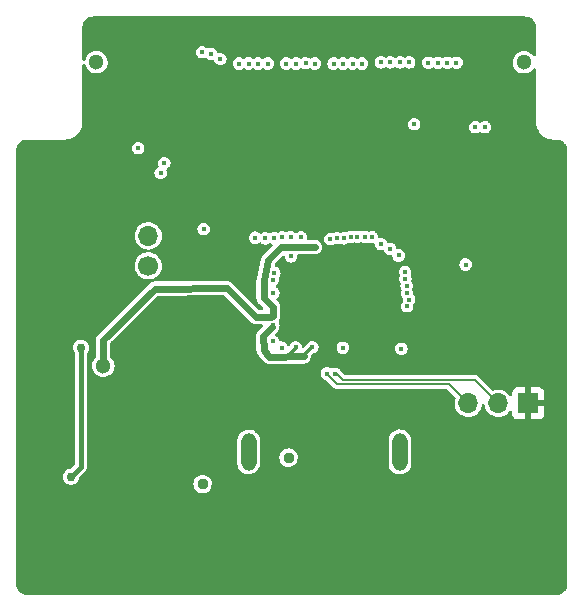
<source format=gbr>
%TF.GenerationSoftware,KiCad,Pcbnew,6.0.7-f9a2dced07~116~ubuntu20.04.1*%
%TF.CreationDate,2022-09-30T03:47:36+07:00*%
%TF.ProjectId,CH569Board,43483536-3942-46f6-9172-642e6b696361,rev?*%
%TF.SameCoordinates,Original*%
%TF.FileFunction,Copper,L3,Inr*%
%TF.FilePolarity,Positive*%
%FSLAX46Y46*%
G04 Gerber Fmt 4.6, Leading zero omitted, Abs format (unit mm)*
G04 Created by KiCad (PCBNEW 6.0.7-f9a2dced07~116~ubuntu20.04.1) date 2022-09-30 03:47:36*
%MOMM*%
%LPD*%
G01*
G04 APERTURE LIST*
%TA.AperFunction,ComponentPad*%
%ADD10O,1.300000X3.200000*%
%TD*%
%TA.AperFunction,ComponentPad*%
%ADD11C,1.300000*%
%TD*%
%TA.AperFunction,ComponentPad*%
%ADD12C,1.700000*%
%TD*%
%TA.AperFunction,ComponentPad*%
%ADD13O,1.700000X1.700000*%
%TD*%
%TA.AperFunction,ComponentPad*%
%ADD14R,1.700000X1.700000*%
%TD*%
%TA.AperFunction,ViaPad*%
%ADD15C,0.450000*%
%TD*%
%TA.AperFunction,ViaPad*%
%ADD16C,0.950000*%
%TD*%
%TA.AperFunction,ViaPad*%
%ADD17C,0.750000*%
%TD*%
%TA.AperFunction,ViaPad*%
%ADD18C,0.650000*%
%TD*%
%TA.AperFunction,ViaPad*%
%ADD19C,1.300000*%
%TD*%
%TA.AperFunction,Conductor*%
%ADD20C,0.600000*%
%TD*%
%TA.AperFunction,Conductor*%
%ADD21C,0.200000*%
%TD*%
%TA.AperFunction,Conductor*%
%ADD22C,0.300000*%
%TD*%
%TA.AperFunction,Conductor*%
%ADD23C,0.205740*%
%TD*%
%TA.AperFunction,Conductor*%
%ADD24C,0.400000*%
%TD*%
G04 APERTURE END LIST*
D10*
%TO.N,unconnected-(USB1-Pad10)*%
%TO.C,USB1*%
X120400000Y-115390007D03*
%TO.N,unconnected-(USB1-Pad11)*%
X133200000Y-115390007D03*
%TD*%
D11*
%TO.N,*%
%TO.C,CN1*%
X143710000Y-82390000D03*
X107510000Y-82390000D03*
%TD*%
D12*
%TO.N,/GXO+*%
%TO.C,J1*%
X111912400Y-99623800D03*
D13*
%TO.N,/GXO-*%
X111912400Y-97083800D03*
%TD*%
D14*
%TO.N,GND*%
%TO.C,J2*%
X144075000Y-111275000D03*
D13*
%TO.N,/RXD*%
X141535000Y-111275000D03*
%TO.N,/TXD*%
X138995000Y-111275000D03*
%TD*%
D15*
%TO.N,GND*%
X116875000Y-112500000D03*
X131750000Y-113130000D03*
X147175000Y-102340216D03*
X111425000Y-112150000D03*
X103886250Y-127250000D03*
X110750000Y-104575000D03*
X116475000Y-102325000D03*
X105050000Y-114225000D03*
X121250000Y-107750000D03*
X122000000Y-115300000D03*
X126810000Y-82460000D03*
X110860000Y-86890000D03*
X124775000Y-115525000D03*
D16*
X117023147Y-104516260D03*
D15*
X101150000Y-89525000D03*
X114840000Y-98830000D03*
X108400000Y-104200000D03*
X113430000Y-99830000D03*
D17*
X127711200Y-105521000D03*
D15*
X147175000Y-112984780D03*
X143225000Y-78825000D03*
X122525000Y-110000000D03*
X122275000Y-112975000D03*
X126840000Y-112330000D03*
X110235000Y-107960000D03*
X100950000Y-109578844D03*
X124450000Y-110190000D03*
X127830000Y-116600000D03*
X102950000Y-117900000D03*
X122174000Y-110490000D03*
X146800000Y-89350000D03*
X142075000Y-95050000D03*
X147175000Y-93216304D03*
X114775000Y-97375000D03*
X128100000Y-115750000D03*
X109750000Y-113875000D03*
X101700000Y-127250000D03*
X147175000Y-120588040D03*
X125010000Y-111560000D03*
X127500000Y-112300000D03*
X122650000Y-111950000D03*
X147175000Y-91695652D03*
X126125000Y-109900000D03*
X104316666Y-122550000D03*
X100950000Y-125975000D03*
X108475000Y-117050000D03*
X117875000Y-117425000D03*
X119126000Y-116332000D03*
X100950000Y-116410574D03*
X147175000Y-117546736D03*
X147175000Y-123629344D03*
X100950000Y-94549038D03*
X109350000Y-103300000D03*
D17*
X127711200Y-104454200D03*
D15*
X107300000Y-106825000D03*
X138866250Y-127250000D03*
X122530000Y-111440000D03*
X100950000Y-108212498D03*
X111425000Y-111287500D03*
X111610000Y-86845000D03*
X147175000Y-119067388D03*
X112400000Y-113037500D03*
X106525000Y-88325000D03*
X100950000Y-113677882D03*
X109475000Y-107200000D03*
D17*
X123444000Y-103362000D03*
D15*
X109725000Y-105500000D03*
X144650000Y-88300000D03*
X130820000Y-82450000D03*
X125130000Y-111030000D03*
X141052500Y-127250000D03*
X112200000Y-125075000D03*
X109540000Y-82520000D03*
X108850000Y-112175000D03*
X147175000Y-96257608D03*
X117400000Y-116975000D03*
X122550000Y-110800000D03*
X137730000Y-106800000D03*
X119925000Y-109000000D03*
X147175000Y-103860868D03*
X110250000Y-102325000D03*
X106875000Y-113650000D03*
D16*
X129780000Y-115940000D03*
D15*
X112400000Y-113900000D03*
X113625000Y-100675000D03*
X105375000Y-122550000D03*
D17*
X124510800Y-102295200D03*
D15*
X113610000Y-102370000D03*
X115150000Y-125175000D03*
X107550000Y-105100000D03*
X147175000Y-97778260D03*
D17*
X126644400Y-102320600D03*
D15*
X110575000Y-111287500D03*
X108450000Y-122575000D03*
X120550000Y-108350000D03*
X112350000Y-103000000D03*
X110600000Y-112150000D03*
X120625000Y-112000000D03*
X103300000Y-116200000D03*
X117340000Y-115490000D03*
X124540000Y-112540000D03*
X110850000Y-95670000D03*
X100950000Y-124608650D03*
X125900000Y-112900000D03*
X102320000Y-90180000D03*
X103258333Y-122550000D03*
X121230000Y-108760000D03*
X117000000Y-105300000D03*
X141250000Y-82325000D03*
X142275000Y-78825000D03*
X102025000Y-89250000D03*
X142725000Y-81550000D03*
X128700000Y-112900000D03*
X109100000Y-78825000D03*
X112675000Y-110725000D03*
X144450000Y-85541664D03*
X108258750Y-127250000D03*
X110280000Y-97500000D03*
X115550000Y-107225000D03*
X116250000Y-106825000D03*
X103425000Y-117825000D03*
D17*
X110550000Y-126450000D03*
D15*
X121100000Y-117300000D03*
X141125000Y-90100000D03*
X103300000Y-117300000D03*
X111475000Y-109375000D03*
X122000000Y-114200000D03*
X147175000Y-116026084D03*
X106950000Y-110650000D03*
X128950000Y-110725000D03*
X100950000Y-102747114D03*
X125680000Y-111620000D03*
X123910000Y-118990000D03*
X108850000Y-113037500D03*
X102500000Y-118650000D03*
X109475000Y-116075000D03*
X142150000Y-92575000D03*
X113600000Y-97090000D03*
X145425000Y-127250000D03*
X141250000Y-87900000D03*
X104475000Y-104950000D03*
X127935000Y-127250000D03*
X120800000Y-109225000D03*
X100950000Y-93182692D03*
X110600000Y-113012500D03*
X147175000Y-100819564D03*
X135330000Y-110590000D03*
X125510000Y-119030000D03*
X128300000Y-110725000D03*
X130475000Y-111650000D03*
X110170000Y-89720000D03*
X125040000Y-112170000D03*
X117350000Y-114750000D03*
X116500000Y-103050000D03*
X147175000Y-94736956D03*
X114625000Y-105250000D03*
X118350000Y-107675000D03*
X121600000Y-111000000D03*
X102200000Y-122550000D03*
D17*
X124510800Y-104428800D03*
D15*
X119625000Y-113000000D03*
X128250000Y-112300000D03*
D17*
X123444000Y-104428800D03*
D15*
X103225000Y-120325000D03*
X141250000Y-95760000D03*
X119120000Y-118950000D03*
X117003750Y-127250000D03*
X121158000Y-111506000D03*
X111025000Y-101525000D03*
X111125000Y-92575000D03*
X141170000Y-97970000D03*
D17*
X123444000Y-105495600D03*
D15*
X110410000Y-100020000D03*
X114800000Y-81680000D03*
X100950000Y-104113460D03*
X109000000Y-115450000D03*
X122936000Y-109474000D03*
D17*
X125577600Y-105495600D03*
D15*
X113800000Y-104530000D03*
X128900000Y-112300000D03*
X107797600Y-87934800D03*
X141200000Y-100760000D03*
X117633332Y-107675000D03*
X127860000Y-117430000D03*
X106525000Y-87212500D03*
X105800000Y-89025000D03*
X141140000Y-88930000D03*
X123562500Y-127250000D03*
X117362500Y-109450000D03*
X144500000Y-80075000D03*
X105175000Y-113700000D03*
X144450000Y-81291666D03*
X104425000Y-118125000D03*
X131075000Y-112850000D03*
X119100000Y-114175000D03*
X141140000Y-101970000D03*
X125730000Y-115570000D03*
X100950000Y-106846152D03*
X127000000Y-110730000D03*
X117650000Y-112425000D03*
D17*
X123444000Y-102295200D03*
D15*
X106525000Y-83875000D03*
X126610000Y-118900000D03*
D17*
X107750000Y-112200000D03*
D15*
X126200000Y-112200000D03*
X117175000Y-98175000D03*
X131575000Y-97100000D03*
X127250000Y-92975000D03*
X113625000Y-115475000D03*
X123800000Y-117200000D03*
X102500000Y-118150000D03*
X106072500Y-127250000D03*
X106525000Y-80537500D03*
X131860000Y-114030000D03*
X129600000Y-110825000D03*
X113485000Y-112185000D03*
X121376250Y-127250000D03*
X109750000Y-113012500D03*
X145575000Y-89100000D03*
D17*
X126000000Y-94225000D03*
D15*
X119126000Y-113538000D03*
X119075000Y-115550000D03*
X119000000Y-109450000D03*
X106500000Y-83125000D03*
X101300000Y-118475000D03*
X117350000Y-116300000D03*
X102000000Y-118800000D03*
X100950000Y-112311536D03*
X143125000Y-83575000D03*
X104375000Y-115075000D03*
X138890000Y-105660000D03*
X130940000Y-110520000D03*
X100950000Y-110945190D03*
X138810000Y-82390000D03*
X141140000Y-99280000D03*
X116543750Y-109450000D03*
X141125000Y-91025000D03*
X102000000Y-118175000D03*
X109750000Y-110425000D03*
X131820000Y-114890000D03*
X147175000Y-105381520D03*
X141250000Y-96850000D03*
X127900000Y-112900000D03*
X144450000Y-86958330D03*
D17*
X113700000Y-126450000D03*
D15*
X139975000Y-82375000D03*
D17*
X124510800Y-101203000D03*
D15*
X115525000Y-106050000D03*
X127700000Y-110730000D03*
X108850000Y-113900000D03*
X110920000Y-98350000D03*
X125740000Y-109430000D03*
X100950000Y-123242304D03*
X119000000Y-107575000D03*
X120142000Y-112522000D03*
X116190000Y-116320000D03*
X109750000Y-111287500D03*
X110575000Y-110425000D03*
X125984000Y-116332000D03*
D17*
X102300000Y-111500000D03*
D15*
X100950000Y-119143266D03*
X111425000Y-113875000D03*
X107670000Y-84820000D03*
X147175000Y-90175000D03*
X115300000Y-100400000D03*
X108725000Y-81825000D03*
X111610000Y-82500000D03*
X144175000Y-79025000D03*
X115725000Y-109450000D03*
X104825000Y-114700000D03*
X106850000Y-114175000D03*
X129413000Y-99568000D03*
D18*
X126800000Y-113060000D03*
D15*
X110600000Y-113875000D03*
X108125000Y-78825000D03*
X119126000Y-114808000D03*
X147175000Y-106902172D03*
X118175000Y-98250000D03*
X110310000Y-96400000D03*
X132775000Y-100175000D03*
D17*
X103200000Y-118550000D03*
D15*
X147175000Y-122108692D03*
X119525000Y-107050000D03*
X144525000Y-83325000D03*
X108700000Y-83000000D03*
D17*
X124510800Y-103362000D03*
D15*
X142160000Y-93700000D03*
X115230000Y-102510000D03*
D17*
X125577600Y-103362000D03*
D15*
X142500000Y-82575000D03*
X100950000Y-97281730D03*
X122810000Y-82450000D03*
X116130000Y-104360000D03*
X133720000Y-110600000D03*
X106525000Y-79425000D03*
X128840000Y-115660000D03*
X126600000Y-110275000D03*
X122280000Y-118960000D03*
X108950000Y-106125000D03*
X132440000Y-112320000D03*
X124625000Y-96100000D03*
D17*
X126644400Y-103387400D03*
D15*
X110445000Y-127250000D03*
X130121250Y-127250000D03*
X141140000Y-103470000D03*
X141280000Y-91930000D03*
X147175000Y-99298912D03*
X100950000Y-101380768D03*
X109750000Y-112150000D03*
X108850000Y-110425000D03*
X136680000Y-127250000D03*
X107150000Y-78825000D03*
X100950000Y-117776920D03*
X109425000Y-117000000D03*
X123025000Y-110050000D03*
X117300000Y-113200000D03*
D17*
X125577600Y-102295200D03*
D15*
X109075000Y-125075000D03*
X106525000Y-84987500D03*
X120760000Y-118930000D03*
X144450000Y-84124998D03*
X111425000Y-113012500D03*
X119075000Y-111150000D03*
X112910000Y-95740000D03*
X100950000Y-98648076D03*
X112850000Y-102475000D03*
X112800000Y-100750000D03*
X130720000Y-115740000D03*
X119190000Y-127250000D03*
X114817500Y-127250000D03*
X103400000Y-115650000D03*
X147175000Y-114505432D03*
D17*
X123444000Y-101203000D03*
D15*
X125090000Y-112950000D03*
X110890000Y-100660000D03*
X147175000Y-111464128D03*
X107700000Y-116800000D03*
X103900000Y-115400000D03*
X110370000Y-99180000D03*
X100950000Y-105479806D03*
X132290000Y-110550000D03*
X141260000Y-87030000D03*
X102450000Y-96900000D03*
X106525000Y-81650000D03*
X100950000Y-90450000D03*
X119770000Y-110330000D03*
X118375000Y-111850000D03*
X107700000Y-83650000D03*
X103350000Y-116800000D03*
X110150000Y-105100000D03*
X100950000Y-121875958D03*
X100950000Y-120509612D03*
X115325000Y-114000000D03*
X136270000Y-108206000D03*
X143040000Y-84800000D03*
D17*
X125577600Y-104428800D03*
D15*
X143040000Y-80040000D03*
X130075000Y-111175000D03*
D17*
X107690000Y-113960000D03*
D15*
X103850000Y-118275000D03*
X111650000Y-103775000D03*
X132307500Y-127250000D03*
X109250000Y-114550000D03*
X100950000Y-115044228D03*
D17*
X126644400Y-105521000D03*
D15*
X143500000Y-81075000D03*
X103150000Y-89250000D03*
X120350000Y-109640000D03*
X113840000Y-97750000D03*
X102270000Y-93470000D03*
D17*
X127711200Y-103387400D03*
D15*
X113360000Y-96370000D03*
X121080000Y-98060000D03*
X108850000Y-111287500D03*
X122700000Y-115600000D03*
X147175000Y-125150000D03*
X114385000Y-112910000D03*
X131660000Y-115620000D03*
X114500000Y-96075000D03*
X100950000Y-95915384D03*
X125748750Y-127250000D03*
X112631250Y-127250000D03*
X134810000Y-82380000D03*
X104275000Y-89250000D03*
X107850000Y-81125000D03*
X140080000Y-104650000D03*
D17*
X124510800Y-105495600D03*
D15*
X110260000Y-106460000D03*
X105350000Y-113175000D03*
X117300000Y-99050000D03*
X112400000Y-112175000D03*
X123025000Y-112575000D03*
X147175000Y-108422824D03*
X112000000Y-95520000D03*
X112830000Y-94560000D03*
X107610000Y-79950000D03*
X146975000Y-126950000D03*
X147175000Y-109943476D03*
X113650000Y-103540000D03*
X112425000Y-116925000D03*
X115370000Y-103530000D03*
X116916666Y-107675000D03*
X117350000Y-113980000D03*
X118400000Y-99100000D03*
X143238750Y-127250000D03*
D17*
X106850000Y-123850000D03*
D15*
X134493750Y-127250000D03*
X130675000Y-112300000D03*
D17*
X126644400Y-101228400D03*
D15*
X125200000Y-117200000D03*
X115970000Y-86880000D03*
D17*
X126644400Y-104454200D03*
D15*
X100950000Y-100014422D03*
X118810000Y-82490000D03*
D17*
X125577600Y-101203000D03*
D15*
X114400000Y-105950000D03*
D17*
X127711200Y-102320600D03*
D15*
X106525000Y-86100000D03*
X127925000Y-94250000D03*
X118181250Y-109450000D03*
D17*
X127711200Y-101228400D03*
D15*
X115385000Y-112160000D03*
X100950000Y-91816346D03*
X127290000Y-118140000D03*
X116200000Y-107675000D03*
%TO.N,+3V3*%
X126034800Y-98044000D03*
X122490000Y-103110000D03*
X128380000Y-106550000D03*
D19*
X108100000Y-108100000D03*
D15*
X123200000Y-106550000D03*
X122450000Y-106000000D03*
X122480000Y-104080000D03*
%TO.N,+1V2*%
X122500000Y-104680000D03*
X125790000Y-106510000D03*
X124390000Y-106540000D03*
%TO.N,/SCLK*%
X116586000Y-96520000D03*
X116459000Y-81534000D03*
%TO.N,/CS*%
X111048800Y-89662000D03*
X122490000Y-101930000D03*
%TO.N,/HD2*%
X122460000Y-100810000D03*
X134420000Y-87640000D03*
%TO.N,/HD18*%
X132400000Y-82400000D03*
X131622800Y-97790000D03*
%TO.N,/HD17*%
X133225000Y-82400000D03*
X132384800Y-98196400D03*
%TO.N,/HD16*%
X133096000Y-98755200D03*
X134000000Y-82400000D03*
%TO.N,/HD15*%
X133637768Y-100128917D03*
X135625000Y-82425000D03*
%TO.N,/HD14*%
X133678099Y-100731164D03*
X136425000Y-82425000D03*
%TO.N,/HD13*%
X137225000Y-82425000D03*
X133775000Y-101325000D03*
%TO.N,/HD12*%
X138000000Y-82425000D03*
X133817712Y-101951384D03*
%TO.N,/HD11*%
X139598400Y-87884000D03*
X133993549Y-102500416D03*
%TO.N,/HD10*%
X140411200Y-87884000D03*
X133822478Y-103050952D03*
%TO.N,/HTRDY*%
X133340000Y-106640000D03*
X138770000Y-99520000D03*
%TO.N,/HD19*%
X131600000Y-82400000D03*
X130850000Y-97200000D03*
%TO.N,/HD20*%
X130250000Y-97175000D03*
X130000000Y-82500000D03*
%TO.N,/HD21*%
X129604047Y-97152549D03*
X129200000Y-82500000D03*
%TO.N,/HD23*%
X128462025Y-97301824D03*
X127600000Y-82500000D03*
%TO.N,/HD25*%
X125225000Y-82475000D03*
X127317823Y-97370467D03*
%TO.N,/HD27*%
X123950000Y-97200000D03*
X123600000Y-82500000D03*
%TO.N,/HD28*%
X123250000Y-97210000D03*
X122025000Y-82500000D03*
%TO.N,/LED1*%
X123991255Y-98830218D03*
X118010000Y-82120000D03*
X113260000Y-90930000D03*
%TO.N,/HD29*%
X122580000Y-97280000D03*
X121200000Y-82500000D03*
%TO.N,/LED2*%
X117220000Y-81690000D03*
X112945711Y-91770711D03*
X122580000Y-100220000D03*
%TO.N,/HD30*%
X121825000Y-97300000D03*
X120400000Y-82500000D03*
%TO.N,/HD31*%
X120950000Y-97250000D03*
X119600000Y-82500000D03*
%TO.N,/TXD*%
X127029324Y-108749973D03*
%TO.N,/RXD*%
X127680000Y-108760000D03*
D16*
%TO.N,/VBUS*%
X116500000Y-118120000D03*
X123780000Y-115870000D03*
D15*
%TO.N,/HD22*%
X129029532Y-97200378D03*
X128400000Y-82500000D03*
%TO.N,/HD24*%
X126000000Y-82500000D03*
X127886195Y-97273983D03*
%TO.N,/HD26*%
X124425000Y-82500000D03*
X124825000Y-97200000D03*
D17*
%TO.N,Net-(R6-Pad1)*%
X105350000Y-117500000D03*
X106200000Y-106550000D03*
%TD*%
D20*
%TO.N,+3V3*%
X121000000Y-103950000D02*
X122290000Y-103950000D01*
X118580000Y-101530000D02*
X121000000Y-103950000D01*
X108100000Y-105900000D02*
X108100000Y-108100000D01*
X121666000Y-102362000D02*
X122490000Y-103110000D01*
X123156000Y-98044000D02*
X126034800Y-98044000D01*
X121666000Y-100838000D02*
X122080000Y-99120000D01*
D21*
X118620000Y-101530000D02*
X118580000Y-101530000D01*
D20*
X121666000Y-102362000D02*
X121666000Y-100838000D01*
X122080000Y-99120000D02*
X123156000Y-98044000D01*
X122490000Y-103110000D02*
X122490000Y-103850000D01*
D21*
X122480000Y-104080000D02*
X121200000Y-104110000D01*
D20*
X112450000Y-101550000D02*
X108100000Y-105900000D01*
X112450000Y-101550000D02*
X118580000Y-101530000D01*
D21*
X121200000Y-104110000D02*
X118620000Y-101530000D01*
D22*
%TO.N,+1V2*%
X125110000Y-107190000D02*
X125790000Y-106510000D01*
D20*
X121670000Y-106790000D02*
X121640000Y-105560000D01*
D22*
X125050000Y-107300000D02*
X125110000Y-107190000D01*
X123720000Y-107280000D02*
X124400000Y-106560000D01*
D20*
X125050000Y-107300000D02*
X122130000Y-107320000D01*
X122130000Y-107320000D02*
X121670000Y-106790000D01*
X121640000Y-105560000D02*
X122350000Y-104850000D01*
D23*
%TO.N,/TXD*%
X127900000Y-109650000D02*
X137370000Y-109650000D01*
X127029324Y-108779324D02*
X127900000Y-109650000D01*
X137370000Y-109650000D02*
X138995000Y-111275000D01*
X127029324Y-108749973D02*
X127029324Y-108779324D01*
%TO.N,/RXD*%
X128425000Y-109275000D02*
X139535000Y-109275000D01*
X127680000Y-108760000D02*
X127910000Y-108760000D01*
X139535000Y-109275000D02*
X141535000Y-111275000D01*
X127910000Y-108760000D02*
X128425000Y-109275000D01*
D24*
%TO.N,Net-(R6-Pad1)*%
X106200000Y-116650000D02*
X105350000Y-117500000D01*
X106200000Y-106550000D02*
X106200000Y-116650000D01*
%TD*%
%TA.AperFunction,Conductor*%
%TO.N,GND*%
G36*
X143812747Y-78519693D02*
G01*
X143816362Y-78520330D01*
X143817326Y-78520500D01*
X143828187Y-78522415D01*
X143839044Y-78520500D01*
X143849634Y-78520500D01*
X143861965Y-78521105D01*
X143991335Y-78533845D01*
X144015543Y-78538660D01*
X144160551Y-78582646D01*
X144183361Y-78592094D01*
X144316993Y-78663519D01*
X144337529Y-78677241D01*
X144454656Y-78773362D01*
X144472116Y-78790821D01*
X144568243Y-78907948D01*
X144581966Y-78928485D01*
X144653392Y-79062109D01*
X144662845Y-79084928D01*
X144670911Y-79111516D01*
X144706833Y-79229928D01*
X144711651Y-79254148D01*
X144724354Y-79383101D01*
X144724961Y-79395450D01*
X144724961Y-79406427D01*
X144723047Y-79417284D01*
X144724962Y-79428142D01*
X144725768Y-79432714D01*
X144727683Y-79454596D01*
X144727683Y-81780003D01*
X144707681Y-81848124D01*
X144654025Y-81894617D01*
X144583751Y-81904721D01*
X144519171Y-81875227D01*
X144504040Y-81859639D01*
X144391605Y-81721780D01*
X144391602Y-81721777D01*
X144387710Y-81717005D01*
X144382056Y-81712327D01*
X144315898Y-81657596D01*
X144244085Y-81598187D01*
X144080116Y-81509529D01*
X143991083Y-81481969D01*
X143907936Y-81456231D01*
X143907933Y-81456230D01*
X143902049Y-81454409D01*
X143895924Y-81453765D01*
X143895923Y-81453765D01*
X143722796Y-81435568D01*
X143722795Y-81435568D01*
X143716668Y-81434924D01*
X143638549Y-81442033D01*
X143537171Y-81451259D01*
X143537168Y-81451260D01*
X143531032Y-81451818D01*
X143525122Y-81453557D01*
X143525119Y-81453558D01*
X143358129Y-81502707D01*
X143352214Y-81504448D01*
X143187023Y-81590807D01*
X143041752Y-81707608D01*
X142921935Y-81850401D01*
X142918971Y-81855793D01*
X142918968Y-81855797D01*
X142860611Y-81961948D01*
X142832135Y-82013746D01*
X142830274Y-82019613D01*
X142830273Y-82019615D01*
X142777634Y-82185554D01*
X142775772Y-82191424D01*
X142754994Y-82376665D01*
X142755510Y-82382809D01*
X142767786Y-82528994D01*
X142770592Y-82562414D01*
X142772291Y-82568339D01*
X142800013Y-82665017D01*
X142821971Y-82741595D01*
X142824790Y-82747080D01*
X142891152Y-82876205D01*
X142907176Y-82907385D01*
X143022959Y-83053468D01*
X143164912Y-83174279D01*
X143327627Y-83265217D01*
X143504907Y-83322819D01*
X143689998Y-83344890D01*
X143696133Y-83344418D01*
X143696135Y-83344418D01*
X143869710Y-83331062D01*
X143869715Y-83331061D01*
X143875851Y-83330589D01*
X143881781Y-83328933D01*
X143881783Y-83328933D01*
X144049459Y-83282117D01*
X144049458Y-83282117D01*
X144055387Y-83280462D01*
X144221768Y-83196417D01*
X144246255Y-83177286D01*
X144363794Y-83085454D01*
X144363795Y-83085453D01*
X144368655Y-83081656D01*
X144490454Y-82940550D01*
X144493498Y-82935192D01*
X144497048Y-82930159D01*
X144498655Y-82931293D01*
X144543166Y-82888254D01*
X144612784Y-82874332D01*
X144678878Y-82900258D01*
X144720463Y-82957801D01*
X144727683Y-82999842D01*
X144727683Y-87406077D01*
X144725769Y-87427957D01*
X144723047Y-87443394D01*
X144724435Y-87451265D01*
X144739183Y-87657481D01*
X144784805Y-87867210D01*
X144786376Y-87871422D01*
X144845080Y-88028814D01*
X144859811Y-88068311D01*
X144861967Y-88072259D01*
X144861969Y-88072264D01*
X144960241Y-88252238D01*
X144962672Y-88256691D01*
X145027203Y-88342895D01*
X145080457Y-88414035D01*
X145091296Y-88428515D01*
X145243064Y-88580286D01*
X145246664Y-88582981D01*
X145246671Y-88582987D01*
X145367643Y-88673546D01*
X145414886Y-88708913D01*
X145603264Y-88811778D01*
X145607476Y-88813349D01*
X145607478Y-88813350D01*
X145800141Y-88885212D01*
X145804364Y-88886787D01*
X145808769Y-88887745D01*
X145808768Y-88887745D01*
X146009692Y-88931456D01*
X146009695Y-88931456D01*
X146014092Y-88932413D01*
X146220517Y-88947180D01*
X146228179Y-88948531D01*
X146243619Y-88945809D01*
X146265495Y-88943895D01*
X146450846Y-88943895D01*
X146472720Y-88945808D01*
X146488167Y-88948531D01*
X146499024Y-88946616D01*
X146509606Y-88946616D01*
X146521957Y-88947222D01*
X146651307Y-88959957D01*
X146675531Y-88964775D01*
X146748029Y-88986765D01*
X146820526Y-89008754D01*
X146843348Y-89018206D01*
X146976984Y-89089632D01*
X146997510Y-89103347D01*
X147114643Y-89199471D01*
X147132102Y-89216929D01*
X147228230Y-89334057D01*
X147241953Y-89354594D01*
X147313380Y-89488220D01*
X147322832Y-89511037D01*
X147366819Y-89656039D01*
X147371637Y-89680260D01*
X147384331Y-89809142D01*
X147383873Y-89821515D01*
X147384934Y-89821515D01*
X147384934Y-89832542D01*
X147383020Y-89843396D01*
X147384934Y-89854251D01*
X147385742Y-89858833D01*
X147387656Y-89880713D01*
X147387656Y-126528619D01*
X147385741Y-126550504D01*
X147383020Y-126565932D01*
X147384933Y-126576786D01*
X147384933Y-126587812D01*
X147384137Y-126587812D01*
X147384672Y-126600029D01*
X147377980Y-126676492D01*
X147374362Y-126717821D01*
X147370548Y-126739449D01*
X147333933Y-126876082D01*
X147326420Y-126896720D01*
X147296531Y-126960813D01*
X147277965Y-127000626D01*
X147266642Y-127024906D01*
X147255660Y-127043926D01*
X147174523Y-127159795D01*
X147160405Y-127176620D01*
X147060385Y-127276635D01*
X147043564Y-127290749D01*
X146927687Y-127371884D01*
X146908676Y-127382859D01*
X146780471Y-127442639D01*
X146759838Y-127450148D01*
X146691524Y-127468451D01*
X146623213Y-127486754D01*
X146601585Y-127490568D01*
X146556582Y-127494505D01*
X146483571Y-127500892D01*
X146471568Y-127500366D01*
X146471568Y-127501190D01*
X146460546Y-127501190D01*
X146449690Y-127499276D01*
X146434250Y-127501998D01*
X146412374Y-127503912D01*
X101704558Y-127503912D01*
X101682683Y-127501999D01*
X101667237Y-127499276D01*
X101656380Y-127501191D01*
X101645361Y-127501191D01*
X101645361Y-127500397D01*
X101633141Y-127500930D01*
X101515335Y-127490628D01*
X101493705Y-127486815D01*
X101357061Y-127450207D01*
X101336425Y-127442697D01*
X101208216Y-127382918D01*
X101189197Y-127371938D01*
X101073314Y-127290803D01*
X101056488Y-127276686D01*
X100956459Y-127176664D01*
X100942340Y-127159839D01*
X100861198Y-127043965D01*
X100850216Y-127024945D01*
X100790427Y-126896739D01*
X100782915Y-126876101D01*
X100746298Y-126739466D01*
X100742483Y-126717836D01*
X100732203Y-126600378D01*
X100732751Y-126587810D01*
X100732003Y-126587810D01*
X100732003Y-126576787D01*
X100733916Y-126565932D01*
X100731195Y-126550504D01*
X100729280Y-126528619D01*
X100729280Y-117492874D01*
X104669576Y-117492874D01*
X104672217Y-117516796D01*
X104685955Y-117641226D01*
X104687518Y-117655384D01*
X104690127Y-117662515D01*
X104690128Y-117662517D01*
X104730561Y-117773004D01*
X104743705Y-117808923D01*
X104747941Y-117815226D01*
X104747941Y-117815227D01*
X104830660Y-117938327D01*
X104830663Y-117938330D01*
X104834894Y-117944627D01*
X104955822Y-118054663D01*
X104984410Y-118070185D01*
X105092829Y-118129052D01*
X105092831Y-118129053D01*
X105099506Y-118132677D01*
X105106855Y-118134605D01*
X105250301Y-118172237D01*
X105250303Y-118172237D01*
X105257651Y-118174165D01*
X105340932Y-118175473D01*
X105413529Y-118176614D01*
X105413532Y-118176614D01*
X105421128Y-118176733D01*
X105428533Y-118175037D01*
X105428534Y-118175037D01*
X105573097Y-118141928D01*
X105580498Y-118140233D01*
X105642390Y-118109104D01*
X115719669Y-118109104D01*
X115736647Y-118282256D01*
X115791564Y-118447343D01*
X115795211Y-118453365D01*
X115795212Y-118453367D01*
X115812907Y-118482584D01*
X115881692Y-118596162D01*
X116002550Y-118721314D01*
X116148132Y-118816580D01*
X116211355Y-118840093D01*
X116304600Y-118874771D01*
X116304602Y-118874772D01*
X116311202Y-118877226D01*
X116318180Y-118878157D01*
X116318184Y-118878158D01*
X116386420Y-118887262D01*
X116483656Y-118900236D01*
X116490667Y-118899598D01*
X116490671Y-118899598D01*
X116627507Y-118887144D01*
X116656923Y-118884467D01*
X116663623Y-118882290D01*
X116663628Y-118882289D01*
X116815691Y-118832881D01*
X116815694Y-118832880D01*
X116822390Y-118830704D01*
X116971833Y-118741618D01*
X117097826Y-118621636D01*
X117111387Y-118601226D01*
X117190212Y-118482584D01*
X117194107Y-118476722D01*
X117255889Y-118314079D01*
X117280103Y-118141790D01*
X117280407Y-118120000D01*
X117261013Y-117947102D01*
X117203796Y-117782797D01*
X117111600Y-117635252D01*
X117098274Y-117621832D01*
X116993968Y-117516796D01*
X116989006Y-117511799D01*
X116980964Y-117506695D01*
X116932076Y-117475670D01*
X116842108Y-117418575D01*
X116740015Y-117382221D01*
X116684841Y-117362574D01*
X116684839Y-117362573D01*
X116678207Y-117360212D01*
X116671221Y-117359379D01*
X116671217Y-117359378D01*
X116548107Y-117344699D01*
X116505448Y-117339612D01*
X116498445Y-117340348D01*
X116498444Y-117340348D01*
X116452109Y-117345218D01*
X116332419Y-117357798D01*
X116325753Y-117360067D01*
X116325750Y-117360068D01*
X116174386Y-117411597D01*
X116174383Y-117411598D01*
X116167719Y-117413867D01*
X116019533Y-117505031D01*
X115895228Y-117626760D01*
X115800980Y-117773004D01*
X115798569Y-117779627D01*
X115798568Y-117779630D01*
X115743885Y-117929870D01*
X115743884Y-117929875D01*
X115741475Y-117936493D01*
X115719669Y-118109104D01*
X105642390Y-118109104D01*
X105726561Y-118066770D01*
X105850885Y-117960588D01*
X105855547Y-117954101D01*
X105941861Y-117833983D01*
X105941862Y-117833982D01*
X105946293Y-117827815D01*
X106007275Y-117676116D01*
X106022190Y-117571318D01*
X106051591Y-117506695D01*
X106057838Y-117499976D01*
X106504280Y-117053534D01*
X106513624Y-117046068D01*
X106513292Y-117045678D01*
X106520128Y-117039860D01*
X106527720Y-117035070D01*
X106562756Y-116995399D01*
X106568102Y-116989712D01*
X106579321Y-116978493D01*
X106585450Y-116970316D01*
X106591832Y-116962477D01*
X106616684Y-116934337D01*
X106616685Y-116934336D01*
X106622623Y-116927612D01*
X106626434Y-116919494D01*
X106628506Y-116916341D01*
X106636329Y-116903320D01*
X106638141Y-116900011D01*
X106643527Y-116892824D01*
X106648452Y-116879688D01*
X106659857Y-116849263D01*
X106663784Y-116839943D01*
X106671246Y-116824049D01*
X106683553Y-116797837D01*
X106684934Y-116788965D01*
X106686042Y-116785342D01*
X106689888Y-116770683D01*
X106690701Y-116766986D01*
X106693852Y-116758580D01*
X106697302Y-116712157D01*
X106698453Y-116702139D01*
X106700500Y-116688991D01*
X106700500Y-116673796D01*
X106700846Y-116664459D01*
X106703811Y-116624556D01*
X106704476Y-116615608D01*
X106702603Y-116606832D01*
X106701992Y-116597875D01*
X106701998Y-116597875D01*
X106700500Y-116583682D01*
X106700500Y-116388266D01*
X119449500Y-116388266D01*
X119464112Y-116532117D01*
X119521856Y-116716380D01*
X119615472Y-116885268D01*
X119741136Y-117031882D01*
X119746178Y-117035793D01*
X119746179Y-117035794D01*
X119888665Y-117146318D01*
X119888668Y-117146320D01*
X119893714Y-117150234D01*
X120066974Y-117235488D01*
X120073144Y-117237095D01*
X120073149Y-117237097D01*
X120247655Y-117282552D01*
X120247658Y-117282552D01*
X120253837Y-117284162D01*
X120337203Y-117288531D01*
X120440290Y-117293934D01*
X120440294Y-117293934D01*
X120446671Y-117294268D01*
X120637599Y-117265393D01*
X120643595Y-117263187D01*
X120812832Y-117200921D01*
X120812836Y-117200919D01*
X120818821Y-117198717D01*
X120982934Y-117096962D01*
X121112007Y-116974904D01*
X121118596Y-116968673D01*
X121118597Y-116968672D01*
X121123235Y-116964286D01*
X121144206Y-116934337D01*
X121230327Y-116811342D01*
X121230328Y-116811341D01*
X121233991Y-116806109D01*
X121310680Y-116628892D01*
X121329625Y-116538208D01*
X121349177Y-116444619D01*
X121349177Y-116444615D01*
X121350168Y-116439874D01*
X121350500Y-116433539D01*
X121350500Y-115859104D01*
X122999669Y-115859104D01*
X123016647Y-116032256D01*
X123071564Y-116197343D01*
X123075211Y-116203365D01*
X123075212Y-116203367D01*
X123092907Y-116232584D01*
X123161692Y-116346162D01*
X123282550Y-116471314D01*
X123428132Y-116566580D01*
X123474117Y-116583682D01*
X123584600Y-116624771D01*
X123584602Y-116624772D01*
X123591202Y-116627226D01*
X123598180Y-116628157D01*
X123598184Y-116628158D01*
X123666420Y-116637262D01*
X123763656Y-116650236D01*
X123770667Y-116649598D01*
X123770671Y-116649598D01*
X123907507Y-116637144D01*
X123936923Y-116634467D01*
X123943623Y-116632290D01*
X123943628Y-116632289D01*
X124095691Y-116582881D01*
X124095694Y-116582880D01*
X124102390Y-116580704D01*
X124251833Y-116491618D01*
X124360363Y-116388266D01*
X132249500Y-116388266D01*
X132264112Y-116532117D01*
X132321856Y-116716380D01*
X132415472Y-116885268D01*
X132541136Y-117031882D01*
X132546178Y-117035793D01*
X132546179Y-117035794D01*
X132688665Y-117146318D01*
X132688668Y-117146320D01*
X132693714Y-117150234D01*
X132866974Y-117235488D01*
X132873144Y-117237095D01*
X132873149Y-117237097D01*
X133047655Y-117282552D01*
X133047658Y-117282552D01*
X133053837Y-117284162D01*
X133137203Y-117288531D01*
X133240290Y-117293934D01*
X133240294Y-117293934D01*
X133246671Y-117294268D01*
X133437599Y-117265393D01*
X133443595Y-117263187D01*
X133612832Y-117200921D01*
X133612836Y-117200919D01*
X133618821Y-117198717D01*
X133782934Y-117096962D01*
X133912007Y-116974904D01*
X133918596Y-116968673D01*
X133918597Y-116968672D01*
X133923235Y-116964286D01*
X133944206Y-116934337D01*
X134030327Y-116811342D01*
X134030328Y-116811341D01*
X134033991Y-116806109D01*
X134110680Y-116628892D01*
X134129625Y-116538208D01*
X134149177Y-116444619D01*
X134149177Y-116444615D01*
X134150168Y-116439874D01*
X134150500Y-116433539D01*
X134150500Y-114391748D01*
X134135888Y-114247897D01*
X134078144Y-114063634D01*
X133984528Y-113894746D01*
X133858864Y-113748132D01*
X133770627Y-113679688D01*
X133711335Y-113633696D01*
X133711332Y-113633694D01*
X133706286Y-113629780D01*
X133533026Y-113544526D01*
X133526856Y-113542919D01*
X133526851Y-113542917D01*
X133352345Y-113497462D01*
X133352342Y-113497462D01*
X133346163Y-113495852D01*
X133262797Y-113491483D01*
X133159710Y-113486080D01*
X133159706Y-113486080D01*
X133153329Y-113485746D01*
X132962401Y-113514621D01*
X132956406Y-113516827D01*
X132956405Y-113516827D01*
X132787168Y-113579093D01*
X132787164Y-113579095D01*
X132781179Y-113581297D01*
X132617066Y-113683052D01*
X132476765Y-113815728D01*
X132366009Y-113973905D01*
X132289320Y-114151122D01*
X132288015Y-114157369D01*
X132269103Y-114247897D01*
X132249832Y-114340140D01*
X132249500Y-114346475D01*
X132249500Y-116388266D01*
X124360363Y-116388266D01*
X124377826Y-116371636D01*
X124391387Y-116351226D01*
X124470212Y-116232584D01*
X124474107Y-116226722D01*
X124535889Y-116064079D01*
X124560103Y-115891790D01*
X124560407Y-115870000D01*
X124541013Y-115697102D01*
X124483796Y-115532797D01*
X124391600Y-115385252D01*
X124378274Y-115371832D01*
X124273968Y-115266796D01*
X124269006Y-115261799D01*
X124258342Y-115255031D01*
X124212076Y-115225670D01*
X124122108Y-115168575D01*
X124020015Y-115132221D01*
X123964841Y-115112574D01*
X123964839Y-115112573D01*
X123958207Y-115110212D01*
X123951221Y-115109379D01*
X123951217Y-115109378D01*
X123828107Y-115094699D01*
X123785448Y-115089612D01*
X123778445Y-115090348D01*
X123778444Y-115090348D01*
X123732109Y-115095218D01*
X123612419Y-115107798D01*
X123605753Y-115110067D01*
X123605750Y-115110068D01*
X123454386Y-115161597D01*
X123454383Y-115161598D01*
X123447719Y-115163867D01*
X123299533Y-115255031D01*
X123175228Y-115376760D01*
X123080980Y-115523004D01*
X123078569Y-115529627D01*
X123078568Y-115529630D01*
X123023885Y-115679870D01*
X123023884Y-115679875D01*
X123021475Y-115686493D01*
X122999669Y-115859104D01*
X121350500Y-115859104D01*
X121350500Y-114391748D01*
X121335888Y-114247897D01*
X121278144Y-114063634D01*
X121184528Y-113894746D01*
X121058864Y-113748132D01*
X120970627Y-113679688D01*
X120911335Y-113633696D01*
X120911332Y-113633694D01*
X120906286Y-113629780D01*
X120733026Y-113544526D01*
X120726856Y-113542919D01*
X120726851Y-113542917D01*
X120552345Y-113497462D01*
X120552342Y-113497462D01*
X120546163Y-113495852D01*
X120462797Y-113491483D01*
X120359710Y-113486080D01*
X120359706Y-113486080D01*
X120353329Y-113485746D01*
X120162401Y-113514621D01*
X120156406Y-113516827D01*
X120156405Y-113516827D01*
X119987168Y-113579093D01*
X119987164Y-113579095D01*
X119981179Y-113581297D01*
X119817066Y-113683052D01*
X119676765Y-113815728D01*
X119566009Y-113973905D01*
X119489320Y-114151122D01*
X119488015Y-114157369D01*
X119469103Y-114247897D01*
X119449832Y-114340140D01*
X119449500Y-114346475D01*
X119449500Y-116388266D01*
X106700500Y-116388266D01*
X106700500Y-108086665D01*
X107144994Y-108086665D01*
X107145510Y-108092809D01*
X107158454Y-108246948D01*
X107160592Y-108272414D01*
X107162291Y-108278339D01*
X107205664Y-108429599D01*
X107211971Y-108451595D01*
X107297176Y-108617385D01*
X107412959Y-108763468D01*
X107554912Y-108884279D01*
X107560290Y-108887285D01*
X107560292Y-108887286D01*
X107594523Y-108906417D01*
X107717627Y-108975217D01*
X107894907Y-109032819D01*
X108079998Y-109054890D01*
X108086133Y-109054418D01*
X108086135Y-109054418D01*
X108259710Y-109041062D01*
X108259715Y-109041061D01*
X108265851Y-109040589D01*
X108271781Y-109038933D01*
X108271783Y-109038933D01*
X108439459Y-108992117D01*
X108439458Y-108992117D01*
X108445387Y-108990462D01*
X108611768Y-108906417D01*
X108636255Y-108887286D01*
X108753794Y-108795454D01*
X108753795Y-108795453D01*
X108758655Y-108791656D01*
X108794635Y-108749973D01*
X126499289Y-108749973D01*
X126517350Y-108887156D01*
X126570300Y-109014990D01*
X126600917Y-109054890D01*
X126649504Y-109118211D01*
X126649507Y-109118214D01*
X126654533Y-109124764D01*
X126764306Y-109208997D01*
X126771935Y-109212157D01*
X126884513Y-109258788D01*
X126884517Y-109258789D01*
X126892141Y-109261947D01*
X126900323Y-109263024D01*
X126900326Y-109263025D01*
X126906572Y-109263847D01*
X126971500Y-109292569D01*
X126979223Y-109299674D01*
X127637221Y-109957673D01*
X127637236Y-109957687D01*
X127659950Y-109980401D01*
X127678436Y-109989820D01*
X127679749Y-109990489D01*
X127696610Y-110000821D01*
X127714591Y-110013886D01*
X127724024Y-110016951D01*
X127724026Y-110016952D01*
X127735735Y-110020757D01*
X127753996Y-110028321D01*
X127764961Y-110033908D01*
X127764964Y-110033909D01*
X127773798Y-110038410D01*
X127783589Y-110039961D01*
X127783590Y-110039961D01*
X127789671Y-110040924D01*
X127795753Y-110041887D01*
X127814976Y-110046503D01*
X127824298Y-110049532D01*
X127836112Y-110053370D01*
X137150729Y-110053370D01*
X137218850Y-110073372D01*
X137239824Y-110090275D01*
X137886722Y-110737173D01*
X137920748Y-110799485D01*
X137917960Y-110863632D01*
X137917071Y-110866496D01*
X137864820Y-111034773D01*
X137839967Y-111244754D01*
X137853796Y-111455749D01*
X137855217Y-111461345D01*
X137855218Y-111461350D01*
X137877000Y-111547115D01*
X137905845Y-111660690D01*
X137994369Y-111852714D01*
X138116405Y-112025391D01*
X138267865Y-112172937D01*
X138272661Y-112176142D01*
X138272664Y-112176144D01*
X138372129Y-112242604D01*
X138443677Y-112290411D01*
X138448985Y-112292692D01*
X138448986Y-112292692D01*
X138632650Y-112371600D01*
X138632653Y-112371601D01*
X138637953Y-112373878D01*
X138643582Y-112375152D01*
X138643583Y-112375152D01*
X138838550Y-112419269D01*
X138838553Y-112419269D01*
X138844186Y-112420544D01*
X138849957Y-112420771D01*
X138849959Y-112420771D01*
X138911989Y-112423208D01*
X139055470Y-112428846D01*
X139061179Y-112428018D01*
X139061183Y-112428018D01*
X139259015Y-112399333D01*
X139259019Y-112399332D01*
X139264730Y-112398504D01*
X139369163Y-112363054D01*
X139459483Y-112332395D01*
X139459488Y-112332393D01*
X139464955Y-112330537D01*
X139469998Y-112327713D01*
X139644395Y-112230046D01*
X139644399Y-112230043D01*
X139649442Y-112227219D01*
X139812012Y-112092012D01*
X139947219Y-111929442D01*
X139950043Y-111924399D01*
X139950046Y-111924395D01*
X140047713Y-111749998D01*
X140047714Y-111749996D01*
X140050537Y-111744955D01*
X140052393Y-111739488D01*
X140052395Y-111739483D01*
X140116647Y-111550200D01*
X140118504Y-111544730D01*
X140119333Y-111539015D01*
X140140090Y-111395860D01*
X140169660Y-111331315D01*
X140229432Y-111293003D01*
X140300429Y-111293087D01*
X140360109Y-111331542D01*
X140389525Y-111396158D01*
X140390515Y-111405695D01*
X140393796Y-111455749D01*
X140395217Y-111461345D01*
X140395218Y-111461350D01*
X140417000Y-111547115D01*
X140445845Y-111660690D01*
X140534369Y-111852714D01*
X140656405Y-112025391D01*
X140807865Y-112172937D01*
X140812661Y-112176142D01*
X140812664Y-112176144D01*
X140912129Y-112242604D01*
X140983677Y-112290411D01*
X140988985Y-112292692D01*
X140988986Y-112292692D01*
X141172650Y-112371600D01*
X141172653Y-112371601D01*
X141177953Y-112373878D01*
X141183582Y-112375152D01*
X141183583Y-112375152D01*
X141378550Y-112419269D01*
X141378553Y-112419269D01*
X141384186Y-112420544D01*
X141389957Y-112420771D01*
X141389959Y-112420771D01*
X141451989Y-112423208D01*
X141595470Y-112428846D01*
X141601179Y-112428018D01*
X141601183Y-112428018D01*
X141799015Y-112399333D01*
X141799019Y-112399332D01*
X141804730Y-112398504D01*
X141909163Y-112363054D01*
X141999483Y-112332395D01*
X141999488Y-112332393D01*
X142004955Y-112330537D01*
X142009998Y-112327713D01*
X142184395Y-112230046D01*
X142184399Y-112230043D01*
X142189442Y-112227219D01*
X142352012Y-112092012D01*
X142359855Y-112082581D01*
X142483526Y-111933883D01*
X142483528Y-111933879D01*
X142487219Y-111929442D01*
X142488141Y-111927795D01*
X142542230Y-111883782D01*
X142612783Y-111875857D01*
X142676421Y-111907334D01*
X142712938Y-111968220D01*
X142717001Y-111999960D01*
X142717001Y-112169669D01*
X142717371Y-112176490D01*
X142722895Y-112227352D01*
X142726521Y-112242604D01*
X142771676Y-112363054D01*
X142780214Y-112378649D01*
X142856715Y-112480724D01*
X142869276Y-112493285D01*
X142971351Y-112569786D01*
X142986946Y-112578324D01*
X143107394Y-112623478D01*
X143122649Y-112627105D01*
X143173514Y-112632631D01*
X143180328Y-112633000D01*
X143802885Y-112633000D01*
X143818124Y-112628525D01*
X143819329Y-112627135D01*
X143821000Y-112619452D01*
X143821000Y-112614884D01*
X144329000Y-112614884D01*
X144333475Y-112630123D01*
X144334865Y-112631328D01*
X144342548Y-112632999D01*
X144969669Y-112632999D01*
X144976490Y-112632629D01*
X145027352Y-112627105D01*
X145042604Y-112623479D01*
X145163054Y-112578324D01*
X145178649Y-112569786D01*
X145280724Y-112493285D01*
X145293285Y-112480724D01*
X145369786Y-112378649D01*
X145378324Y-112363054D01*
X145423478Y-112242606D01*
X145427105Y-112227351D01*
X145432631Y-112176486D01*
X145433000Y-112169672D01*
X145433000Y-111547115D01*
X145428525Y-111531876D01*
X145427135Y-111530671D01*
X145419452Y-111529000D01*
X144347115Y-111529000D01*
X144331876Y-111533475D01*
X144330671Y-111534865D01*
X144329000Y-111542548D01*
X144329000Y-112614884D01*
X143821000Y-112614884D01*
X143821000Y-111002885D01*
X144329000Y-111002885D01*
X144333475Y-111018124D01*
X144334865Y-111019329D01*
X144342548Y-111021000D01*
X145414884Y-111021000D01*
X145430123Y-111016525D01*
X145431328Y-111015135D01*
X145432999Y-111007452D01*
X145432999Y-110380331D01*
X145432629Y-110373510D01*
X145427105Y-110322648D01*
X145423479Y-110307396D01*
X145378324Y-110186946D01*
X145369786Y-110171351D01*
X145293285Y-110069276D01*
X145280724Y-110056715D01*
X145178649Y-109980214D01*
X145163054Y-109971676D01*
X145042606Y-109926522D01*
X145027351Y-109922895D01*
X144976486Y-109917369D01*
X144969672Y-109917000D01*
X144347115Y-109917000D01*
X144331876Y-109921475D01*
X144330671Y-109922865D01*
X144329000Y-109930548D01*
X144329000Y-111002885D01*
X143821000Y-111002885D01*
X143821000Y-109935116D01*
X143816525Y-109919877D01*
X143815135Y-109918672D01*
X143807452Y-109917001D01*
X143180331Y-109917001D01*
X143173510Y-109917371D01*
X143122648Y-109922895D01*
X143107396Y-109926521D01*
X142986946Y-109971676D01*
X142971351Y-109980214D01*
X142869276Y-110056715D01*
X142856715Y-110069276D01*
X142780214Y-110171351D01*
X142771676Y-110186946D01*
X142726522Y-110307394D01*
X142722895Y-110322649D01*
X142717369Y-110373514D01*
X142717000Y-110380328D01*
X142717000Y-110555561D01*
X142696998Y-110623682D01*
X142643342Y-110670175D01*
X142573068Y-110680279D01*
X142508488Y-110650785D01*
X142490042Y-110630950D01*
X142397104Y-110506491D01*
X142397103Y-110506490D01*
X142393651Y-110501867D01*
X142262171Y-110380328D01*
X142242622Y-110362257D01*
X142242620Y-110362255D01*
X142238381Y-110358337D01*
X142059554Y-110245505D01*
X141863160Y-110167152D01*
X141857503Y-110166027D01*
X141857497Y-110166025D01*
X141661442Y-110127028D01*
X141661440Y-110127028D01*
X141655775Y-110125901D01*
X141650000Y-110125825D01*
X141649996Y-110125825D01*
X141543976Y-110124437D01*
X141444346Y-110123133D01*
X141438649Y-110124112D01*
X141438648Y-110124112D01*
X141241650Y-110157962D01*
X141241649Y-110157962D01*
X141235953Y-110158941D01*
X141131511Y-110197472D01*
X141060679Y-110202284D01*
X140998806Y-110168355D01*
X139775050Y-108944599D01*
X139755253Y-108934512D01*
X139738395Y-108924181D01*
X139728435Y-108916944D01*
X139728429Y-108916941D01*
X139720409Y-108911114D01*
X139710978Y-108908050D01*
X139710975Y-108908048D01*
X139699265Y-108904243D01*
X139681004Y-108896679D01*
X139670039Y-108891092D01*
X139670036Y-108891091D01*
X139661202Y-108886590D01*
X139651411Y-108885039D01*
X139651410Y-108885039D01*
X139645329Y-108884076D01*
X139639247Y-108883113D01*
X139620024Y-108878497D01*
X139608324Y-108874696D01*
X139608325Y-108874696D01*
X139598888Y-108871630D01*
X128644271Y-108871630D01*
X128576150Y-108851628D01*
X128555176Y-108834725D01*
X128150050Y-108429599D01*
X128130253Y-108419512D01*
X128113395Y-108409181D01*
X128103435Y-108401944D01*
X128103429Y-108401941D01*
X128095409Y-108396114D01*
X128074270Y-108389245D01*
X128056003Y-108381679D01*
X128049020Y-108378121D01*
X128029518Y-108365816D01*
X127951568Y-108306002D01*
X127945018Y-108300976D01*
X127920810Y-108290949D01*
X127824811Y-108251185D01*
X127824807Y-108251184D01*
X127817183Y-108248026D01*
X127809003Y-108246949D01*
X127808999Y-108246948D01*
X127688188Y-108231043D01*
X127680000Y-108229965D01*
X127542817Y-108248026D01*
X127414983Y-108300976D01*
X127414020Y-108298651D01*
X127357352Y-108312398D01*
X127300567Y-108295726D01*
X127294342Y-108290949D01*
X127286711Y-108287788D01*
X127286709Y-108287787D01*
X127174135Y-108241158D01*
X127174131Y-108241157D01*
X127166507Y-108237999D01*
X127158327Y-108236922D01*
X127158323Y-108236921D01*
X127037512Y-108221016D01*
X127029324Y-108219938D01*
X126892141Y-108237999D01*
X126764307Y-108290949D01*
X126654533Y-108375182D01*
X126570300Y-108484956D01*
X126517350Y-108612790D01*
X126499289Y-108749973D01*
X108794635Y-108749973D01*
X108880454Y-108650550D01*
X108972526Y-108488474D01*
X109031364Y-108311601D01*
X109038996Y-108251187D01*
X109054285Y-108130170D01*
X109054286Y-108130163D01*
X109054727Y-108126668D01*
X109055099Y-108100000D01*
X109036909Y-107914487D01*
X109035128Y-107908588D01*
X109035127Y-107908583D01*
X108984814Y-107741939D01*
X108983033Y-107736040D01*
X108910296Y-107599241D01*
X108898416Y-107576898D01*
X108898414Y-107576895D01*
X108895522Y-107571456D01*
X108891632Y-107566686D01*
X108891629Y-107566682D01*
X108781605Y-107431780D01*
X108781602Y-107431777D01*
X108777710Y-107427005D01*
X108761683Y-107413746D01*
X108746184Y-107400924D01*
X108706446Y-107342090D01*
X108700500Y-107303840D01*
X108700500Y-106200925D01*
X108720502Y-106132804D01*
X108737405Y-106111830D01*
X112662811Y-102186424D01*
X112725123Y-102152398D01*
X112751495Y-102149520D01*
X117640990Y-102133567D01*
X118279646Y-102131483D01*
X118347832Y-102151262D01*
X118369152Y-102168387D01*
X120541703Y-104340938D01*
X120552570Y-104353328D01*
X120571718Y-104378282D01*
X120578264Y-104383305D01*
X120629484Y-104422607D01*
X120638799Y-104429755D01*
X120697159Y-104474536D01*
X120843238Y-104535044D01*
X121000000Y-104555682D01*
X121008188Y-104554604D01*
X121031173Y-104551578D01*
X121047619Y-104550500D01*
X121496075Y-104550500D01*
X121564196Y-104570502D01*
X121610689Y-104624158D01*
X121620793Y-104694432D01*
X121591299Y-104759012D01*
X121585170Y-104765595D01*
X121242775Y-105107990D01*
X121232799Y-105116957D01*
X121201403Y-105142288D01*
X121159994Y-105199069D01*
X121158246Y-105201405D01*
X121115464Y-105257159D01*
X121112617Y-105264031D01*
X121108236Y-105270039D01*
X121105263Y-105277743D01*
X121082970Y-105335508D01*
X121081829Y-105338361D01*
X121054956Y-105403238D01*
X121053985Y-105410613D01*
X121051308Y-105417550D01*
X121050431Y-105425757D01*
X121050430Y-105425759D01*
X121043845Y-105487347D01*
X121043481Y-105490397D01*
X121035396Y-105551811D01*
X121034318Y-105560000D01*
X121039583Y-105599994D01*
X121040622Y-105613349D01*
X121067782Y-106726866D01*
X121067505Y-106738829D01*
X121067480Y-106739187D01*
X121065826Y-106747281D01*
X121069807Y-106813213D01*
X121069995Y-106817631D01*
X121070638Y-106843991D01*
X121071275Y-106848059D01*
X121071275Y-106848061D01*
X121071386Y-106848769D01*
X121072673Y-106860662D01*
X121074434Y-106889818D01*
X121075357Y-106905108D01*
X121077970Y-106912939D01*
X121077971Y-106912942D01*
X121081154Y-106922478D01*
X121086119Y-106942884D01*
X121088952Y-106960981D01*
X121092298Y-106968532D01*
X121106994Y-107001700D01*
X121111316Y-107012856D01*
X121114003Y-107020906D01*
X121125411Y-107055091D01*
X121129963Y-107061980D01*
X121135508Y-107070372D01*
X121145582Y-107088791D01*
X121153004Y-107105541D01*
X121158189Y-107111968D01*
X121158190Y-107111969D01*
X121180967Y-107140199D01*
X121188028Y-107149854D01*
X121190691Y-107153885D01*
X121207944Y-107173763D01*
X121210821Y-107177202D01*
X121247099Y-107222168D01*
X121247104Y-107222173D01*
X121252288Y-107228598D01*
X121258960Y-107233463D01*
X121259227Y-107233718D01*
X121267488Y-107242369D01*
X121663762Y-107698945D01*
X121668030Y-107704137D01*
X121704661Y-107751205D01*
X121711244Y-107756185D01*
X121711245Y-107756186D01*
X121745266Y-107781923D01*
X121752809Y-107788102D01*
X121790917Y-107821870D01*
X121798302Y-107825559D01*
X121798303Y-107825560D01*
X121801568Y-107827191D01*
X121821264Y-107839416D01*
X121824170Y-107841614D01*
X121824172Y-107841615D01*
X121830759Y-107846598D01*
X121877953Y-107865769D01*
X121886797Y-107869767D01*
X121932364Y-107892530D01*
X121944025Y-107894912D01*
X121966224Y-107901626D01*
X121977249Y-107906104D01*
X121985445Y-107907126D01*
X122027785Y-107912406D01*
X122037408Y-107913987D01*
X122068583Y-107920354D01*
X122087280Y-107924173D01*
X122138043Y-107921108D01*
X122146793Y-107920580D01*
X122153523Y-107920354D01*
X122877478Y-107915395D01*
X125093473Y-107900216D01*
X125097546Y-107899651D01*
X125097552Y-107899651D01*
X125186354Y-107887341D01*
X125210765Y-107883957D01*
X125356426Y-107822449D01*
X125481205Y-107725339D01*
X125576597Y-107599241D01*
X125590183Y-107565797D01*
X125632994Y-107460404D01*
X125636103Y-107452751D01*
X125639897Y-107422328D01*
X125652369Y-107322301D01*
X125680646Y-107257179D01*
X125688306Y-107248797D01*
X125888883Y-107048220D01*
X125929761Y-107020906D01*
X125944525Y-107014791D01*
X126055018Y-106969024D01*
X126121203Y-106918238D01*
X126158240Y-106889818D01*
X126158241Y-106889817D01*
X126164791Y-106884791D01*
X126169817Y-106878241D01*
X126169820Y-106878238D01*
X126216266Y-106817708D01*
X126249024Y-106775017D01*
X126301974Y-106647183D01*
X126314769Y-106550000D01*
X127849965Y-106550000D01*
X127868026Y-106687183D01*
X127920976Y-106815017D01*
X127956001Y-106860662D01*
X128000180Y-106918238D01*
X128000183Y-106918241D01*
X128005209Y-106924791D01*
X128011759Y-106929817D01*
X128011760Y-106929818D01*
X128062854Y-106969024D01*
X128114982Y-107009024D01*
X128122611Y-107012184D01*
X128235189Y-107058815D01*
X128235193Y-107058816D01*
X128242817Y-107061974D01*
X128250997Y-107063051D01*
X128251001Y-107063052D01*
X128371812Y-107078957D01*
X128380000Y-107080035D01*
X128388188Y-107078957D01*
X128508999Y-107063052D01*
X128509003Y-107063051D01*
X128517183Y-107061974D01*
X128524807Y-107058816D01*
X128524811Y-107058815D01*
X128637389Y-107012184D01*
X128645018Y-107009024D01*
X128697146Y-106969024D01*
X128748240Y-106929818D01*
X128748241Y-106929817D01*
X128754791Y-106924791D01*
X128759817Y-106918241D01*
X128759820Y-106918238D01*
X128803999Y-106860662D01*
X128839024Y-106815017D01*
X128891974Y-106687183D01*
X128898186Y-106640000D01*
X132809965Y-106640000D01*
X132828026Y-106777183D01*
X132880976Y-106905017D01*
X132910033Y-106942884D01*
X132960180Y-107008238D01*
X132960183Y-107008241D01*
X132965209Y-107014791D01*
X132971759Y-107019817D01*
X132971760Y-107019818D01*
X133049095Y-107079160D01*
X133074982Y-107099024D01*
X133082611Y-107102184D01*
X133195189Y-107148815D01*
X133195193Y-107148816D01*
X133202817Y-107151974D01*
X133210997Y-107153051D01*
X133211001Y-107153052D01*
X133331812Y-107168957D01*
X133340000Y-107170035D01*
X133348188Y-107168957D01*
X133468999Y-107153052D01*
X133469003Y-107153051D01*
X133477183Y-107151974D01*
X133484807Y-107148816D01*
X133484811Y-107148815D01*
X133597389Y-107102184D01*
X133605018Y-107099024D01*
X133630905Y-107079160D01*
X133708240Y-107019818D01*
X133708241Y-107019817D01*
X133714791Y-107014791D01*
X133719817Y-107008241D01*
X133719820Y-107008238D01*
X133769967Y-106942884D01*
X133799024Y-106905017D01*
X133851974Y-106777183D01*
X133870035Y-106640000D01*
X133851974Y-106502817D01*
X133799024Y-106374983D01*
X133735819Y-106292613D01*
X133719820Y-106271762D01*
X133719817Y-106271759D01*
X133714791Y-106265209D01*
X133688433Y-106244983D01*
X133611568Y-106186002D01*
X133605018Y-106180976D01*
X133578961Y-106170183D01*
X133484811Y-106131185D01*
X133484807Y-106131184D01*
X133477183Y-106128026D01*
X133469003Y-106126949D01*
X133468999Y-106126948D01*
X133348188Y-106111043D01*
X133340000Y-106109965D01*
X133202817Y-106128026D01*
X133074983Y-106180976D01*
X132965209Y-106265209D01*
X132880976Y-106374983D01*
X132828026Y-106502817D01*
X132809965Y-106640000D01*
X128898186Y-106640000D01*
X128910035Y-106550000D01*
X128891974Y-106412817D01*
X128839024Y-106284983D01*
X128774524Y-106200925D01*
X128759820Y-106181762D01*
X128759817Y-106181759D01*
X128754791Y-106175209D01*
X128671170Y-106111043D01*
X128651568Y-106096002D01*
X128645018Y-106090976D01*
X128633017Y-106086005D01*
X128524811Y-106041185D01*
X128524807Y-106041184D01*
X128517183Y-106038026D01*
X128509003Y-106036949D01*
X128508999Y-106036948D01*
X128388188Y-106021043D01*
X128380000Y-106019965D01*
X128242817Y-106038026D01*
X128114983Y-106090976D01*
X128005209Y-106175209D01*
X127920976Y-106284983D01*
X127868026Y-106412817D01*
X127849965Y-106550000D01*
X126314769Y-106550000D01*
X126320035Y-106510000D01*
X126301974Y-106372817D01*
X126249024Y-106244983D01*
X126200510Y-106181759D01*
X126169820Y-106141762D01*
X126169817Y-106141759D01*
X126164791Y-106135209D01*
X126134324Y-106111830D01*
X126061568Y-106056002D01*
X126055018Y-106050976D01*
X126031380Y-106041185D01*
X125934811Y-106001185D01*
X125934807Y-106001184D01*
X125927183Y-105998026D01*
X125919003Y-105996949D01*
X125918999Y-105996948D01*
X125798188Y-105981043D01*
X125790000Y-105979965D01*
X125652817Y-105998026D01*
X125524983Y-106050976D01*
X125415209Y-106135209D01*
X125330976Y-106244983D01*
X125314408Y-106284983D01*
X125279093Y-106370241D01*
X125251779Y-106411118D01*
X125124302Y-106538595D01*
X125061990Y-106572621D01*
X124991175Y-106567556D01*
X124934339Y-106525009D01*
X124910285Y-106465946D01*
X124904369Y-106421006D01*
X124901974Y-106402817D01*
X124849024Y-106274983D01*
X124792197Y-106200925D01*
X124769820Y-106171762D01*
X124769817Y-106171759D01*
X124764791Y-106165209D01*
X124655018Y-106080976D01*
X124594732Y-106056005D01*
X124534811Y-106031185D01*
X124534807Y-106031184D01*
X124527183Y-106028026D01*
X124519003Y-106026949D01*
X124518999Y-106026948D01*
X124398188Y-106011043D01*
X124390000Y-106009965D01*
X124252817Y-106028026D01*
X124124983Y-106080976D01*
X124015209Y-106165209D01*
X123930976Y-106274983D01*
X123913830Y-106316377D01*
X123909338Y-106327222D01*
X123864790Y-106382503D01*
X123797426Y-106404924D01*
X123728635Y-106387366D01*
X123680257Y-106335404D01*
X123676520Y-106327222D01*
X123662184Y-106292613D01*
X123659024Y-106284983D01*
X123594524Y-106200925D01*
X123579820Y-106181762D01*
X123579817Y-106181759D01*
X123574791Y-106175209D01*
X123491170Y-106111043D01*
X123471568Y-106096002D01*
X123465018Y-106090976D01*
X123453017Y-106086005D01*
X123344811Y-106041185D01*
X123344807Y-106041184D01*
X123337183Y-106038026D01*
X123329003Y-106036949D01*
X123328999Y-106036948D01*
X123208188Y-106021043D01*
X123200000Y-106019965D01*
X123191812Y-106021043D01*
X123191811Y-106021043D01*
X123111288Y-106031644D01*
X123041140Y-106020705D01*
X122988041Y-105973577D01*
X122969920Y-105923169D01*
X122963052Y-105871006D01*
X122961974Y-105862817D01*
X122909024Y-105734983D01*
X122866908Y-105680096D01*
X122829820Y-105631762D01*
X122829817Y-105631759D01*
X122824791Y-105625209D01*
X122715018Y-105540976D01*
X122716562Y-105538963D01*
X122676368Y-105496819D01*
X122662924Y-105427107D01*
X122689303Y-105361193D01*
X122699260Y-105349975D01*
X122802450Y-105246785D01*
X122874536Y-105152841D01*
X122935044Y-105006762D01*
X122936122Y-104998574D01*
X122938259Y-104990598D01*
X122939556Y-104990945D01*
X122951389Y-104956087D01*
X122954000Y-104951564D01*
X122959024Y-104945017D01*
X123011974Y-104817183D01*
X123030035Y-104680000D01*
X123011974Y-104542817D01*
X122959024Y-104414983D01*
X122959617Y-104414737D01*
X122944315Y-104351653D01*
X122953763Y-104309435D01*
X122988815Y-104224812D01*
X122988817Y-104224805D01*
X122991974Y-104217183D01*
X122993379Y-104206513D01*
X122994988Y-104201774D01*
X122995190Y-104201019D01*
X122995239Y-104201032D01*
X123009183Y-104159956D01*
X123009506Y-104159396D01*
X123014536Y-104152841D01*
X123075044Y-104006762D01*
X123090500Y-103889361D01*
X123090500Y-103140012D01*
X123090928Y-103129640D01*
X123094975Y-103080752D01*
X123089577Y-103050952D01*
X123084012Y-103020236D01*
X123083072Y-103014221D01*
X123076122Y-102961425D01*
X123076122Y-102961423D01*
X123075044Y-102953238D01*
X123071883Y-102945607D01*
X123070228Y-102939431D01*
X123068264Y-102933302D01*
X123066791Y-102925169D01*
X123040533Y-102869538D01*
X123038089Y-102864019D01*
X123014536Y-102807159D01*
X123009506Y-102800603D01*
X123006291Y-102795035D01*
X123002826Y-102789652D01*
X122999300Y-102782182D01*
X122959535Y-102735239D01*
X122955728Y-102730519D01*
X122918282Y-102681718D01*
X122909938Y-102675315D01*
X122879365Y-102651856D01*
X122871380Y-102645187D01*
X122776865Y-102559389D01*
X122739870Y-102498792D01*
X122741510Y-102427814D01*
X122784850Y-102366133D01*
X122858237Y-102309821D01*
X122858241Y-102309817D01*
X122864791Y-102304791D01*
X122869817Y-102298241D01*
X122869820Y-102298238D01*
X122912183Y-102243029D01*
X122949024Y-102195017D01*
X123001974Y-102067183D01*
X123020035Y-101930000D01*
X123001974Y-101792817D01*
X122949024Y-101664983D01*
X122896530Y-101596572D01*
X122869820Y-101561762D01*
X122869817Y-101561759D01*
X122864791Y-101555209D01*
X122857001Y-101549231D01*
X122761568Y-101476002D01*
X122755018Y-101470976D01*
X122749402Y-101468650D01*
X122701104Y-101418001D01*
X122687665Y-101348287D01*
X122714050Y-101282375D01*
X122736390Y-101260298D01*
X122828240Y-101189818D01*
X122828241Y-101189817D01*
X122834791Y-101184791D01*
X122839817Y-101178241D01*
X122839820Y-101178238D01*
X122882115Y-101123118D01*
X122919024Y-101075017D01*
X122971974Y-100947183D01*
X122990035Y-100810000D01*
X122983184Y-100757962D01*
X122973052Y-100681004D01*
X122973052Y-100681003D01*
X122971974Y-100672817D01*
X122968813Y-100665186D01*
X122967286Y-100659487D01*
X122968974Y-100588511D01*
X122989030Y-100550170D01*
X123039024Y-100485017D01*
X123091974Y-100357183D01*
X123110035Y-100220000D01*
X123098043Y-100128917D01*
X133107733Y-100128917D01*
X133125794Y-100266100D01*
X133178744Y-100393934D01*
X133183771Y-100400486D01*
X133187901Y-100407639D01*
X133185286Y-100409149D01*
X133205677Y-100461884D01*
X133196523Y-100520593D01*
X133166125Y-100593981D01*
X133148064Y-100731164D01*
X133166125Y-100868347D01*
X133219075Y-100996181D01*
X133224101Y-101002731D01*
X133254883Y-101042846D01*
X133280484Y-101109066D01*
X133271330Y-101167768D01*
X133266994Y-101178238D01*
X133263026Y-101187817D01*
X133244965Y-101325000D01*
X133263026Y-101462183D01*
X133315976Y-101590017D01*
X133321003Y-101596568D01*
X133321005Y-101596572D01*
X133325348Y-101602232D01*
X133350948Y-101668452D01*
X133341794Y-101727153D01*
X133305738Y-101814201D01*
X133287677Y-101951384D01*
X133305738Y-102088567D01*
X133358688Y-102216401D01*
X133430372Y-102309821D01*
X133442921Y-102326175D01*
X133441815Y-102327024D01*
X133471655Y-102381671D01*
X133473456Y-102424901D01*
X133471970Y-102436190D01*
X133463514Y-102500416D01*
X133464592Y-102508604D01*
X133464592Y-102508605D01*
X133474185Y-102581473D01*
X133463246Y-102651622D01*
X133446585Y-102675315D01*
X133447687Y-102676161D01*
X133363454Y-102785935D01*
X133310504Y-102913769D01*
X133292443Y-103050952D01*
X133310504Y-103188135D01*
X133363454Y-103315969D01*
X133405570Y-103370856D01*
X133442658Y-103419190D01*
X133442661Y-103419193D01*
X133447687Y-103425743D01*
X133557460Y-103509976D01*
X133565089Y-103513136D01*
X133677667Y-103559767D01*
X133677671Y-103559768D01*
X133685295Y-103562926D01*
X133693475Y-103564003D01*
X133693479Y-103564004D01*
X133814290Y-103579909D01*
X133822478Y-103580987D01*
X133830666Y-103579909D01*
X133951477Y-103564004D01*
X133951481Y-103564003D01*
X133959661Y-103562926D01*
X133967285Y-103559768D01*
X133967289Y-103559767D01*
X134079867Y-103513136D01*
X134087496Y-103509976D01*
X134197269Y-103425743D01*
X134202295Y-103419193D01*
X134202298Y-103419190D01*
X134239385Y-103370856D01*
X134281502Y-103315969D01*
X134334452Y-103188135D01*
X134352513Y-103050952D01*
X134347677Y-103014221D01*
X134341842Y-102969895D01*
X134352781Y-102899746D01*
X134369442Y-102876053D01*
X134368340Y-102875207D01*
X134420555Y-102807159D01*
X134452573Y-102765433D01*
X134505523Y-102637599D01*
X134523584Y-102500416D01*
X134505523Y-102363233D01*
X134452573Y-102235399D01*
X134368340Y-102125625D01*
X134369446Y-102124776D01*
X134339606Y-102070129D01*
X134337805Y-102026899D01*
X134346669Y-101959572D01*
X134347747Y-101951384D01*
X134329686Y-101814201D01*
X134276736Y-101686367D01*
X134271709Y-101679816D01*
X134271707Y-101679812D01*
X134267364Y-101674152D01*
X134241764Y-101607932D01*
X134250918Y-101549231D01*
X134283813Y-101469814D01*
X134286974Y-101462183D01*
X134305035Y-101325000D01*
X134286974Y-101187817D01*
X134234024Y-101059983D01*
X134198216Y-101013318D01*
X134172615Y-100947098D01*
X134181769Y-100888396D01*
X134186911Y-100875981D01*
X134186912Y-100875978D01*
X134190073Y-100868347D01*
X134208134Y-100731164D01*
X134190073Y-100593981D01*
X134137123Y-100466147D01*
X134132096Y-100459595D01*
X134127966Y-100452442D01*
X134130581Y-100450932D01*
X134110190Y-100398197D01*
X134119344Y-100339488D01*
X134146581Y-100273731D01*
X134149742Y-100266100D01*
X134167803Y-100128917D01*
X134149742Y-99991734D01*
X134096792Y-99863900D01*
X134021672Y-99766002D01*
X134017588Y-99760679D01*
X134017585Y-99760676D01*
X134012559Y-99754126D01*
X133949500Y-99705738D01*
X133909336Y-99674919D01*
X133902786Y-99669893D01*
X133872101Y-99657183D01*
X133782579Y-99620102D01*
X133782575Y-99620101D01*
X133774951Y-99616943D01*
X133766771Y-99615866D01*
X133766767Y-99615865D01*
X133645956Y-99599960D01*
X133637768Y-99598882D01*
X133500585Y-99616943D01*
X133372751Y-99669893D01*
X133262977Y-99754126D01*
X133178744Y-99863900D01*
X133125794Y-99991734D01*
X133107733Y-100128917D01*
X123098043Y-100128917D01*
X123091974Y-100082817D01*
X123039024Y-99954983D01*
X122991869Y-99893530D01*
X122959820Y-99851762D01*
X122959817Y-99851759D01*
X122954791Y-99845209D01*
X122876349Y-99785017D01*
X122851568Y-99766002D01*
X122845018Y-99760976D01*
X122828480Y-99754126D01*
X122724811Y-99711185D01*
X122724807Y-99711184D01*
X122717183Y-99708026D01*
X122708999Y-99706949D01*
X122708997Y-99706948D01*
X122699805Y-99705738D01*
X122634877Y-99677016D01*
X122595785Y-99617751D01*
X122593756Y-99551298D01*
X122601298Y-99520000D01*
X138239965Y-99520000D01*
X138258026Y-99657183D01*
X138310976Y-99785017D01*
X138353092Y-99839904D01*
X138390180Y-99888238D01*
X138390183Y-99888241D01*
X138395209Y-99894791D01*
X138401759Y-99899817D01*
X138401760Y-99899818D01*
X138483595Y-99962613D01*
X138504982Y-99979024D01*
X138512611Y-99982184D01*
X138625189Y-100028815D01*
X138625193Y-100028816D01*
X138632817Y-100031974D01*
X138640997Y-100033051D01*
X138641001Y-100033052D01*
X138761812Y-100048957D01*
X138770000Y-100050035D01*
X138778188Y-100048957D01*
X138898999Y-100033052D01*
X138899003Y-100033051D01*
X138907183Y-100031974D01*
X138914807Y-100028816D01*
X138914811Y-100028815D01*
X139027389Y-99982184D01*
X139035018Y-99979024D01*
X139056405Y-99962613D01*
X139138240Y-99899818D01*
X139138241Y-99899817D01*
X139144791Y-99894791D01*
X139149817Y-99888241D01*
X139149820Y-99888238D01*
X139186907Y-99839904D01*
X139229024Y-99785017D01*
X139281974Y-99657183D01*
X139300035Y-99520000D01*
X139281974Y-99382817D01*
X139229024Y-99254983D01*
X139168817Y-99176520D01*
X139149820Y-99151762D01*
X139149817Y-99151759D01*
X139144791Y-99145209D01*
X139088205Y-99101788D01*
X139041568Y-99066002D01*
X139035018Y-99060976D01*
X139027389Y-99057816D01*
X138914811Y-99011185D01*
X138914807Y-99011184D01*
X138907183Y-99008026D01*
X138899003Y-99006949D01*
X138898999Y-99006948D01*
X138778188Y-98991043D01*
X138770000Y-98989965D01*
X138632817Y-99008026D01*
X138504983Y-99060976D01*
X138395209Y-99145209D01*
X138310976Y-99254983D01*
X138258026Y-99382817D01*
X138239965Y-99520000D01*
X122601298Y-99520000D01*
X122615866Y-99459547D01*
X122649265Y-99399970D01*
X123252376Y-98796859D01*
X123314688Y-98762833D01*
X123385503Y-98767898D01*
X123442339Y-98810445D01*
X123466393Y-98869507D01*
X123479281Y-98967401D01*
X123532231Y-99095235D01*
X123562758Y-99135018D01*
X123611435Y-99198456D01*
X123611438Y-99198459D01*
X123616464Y-99205009D01*
X123623014Y-99210035D01*
X123623015Y-99210036D01*
X123681590Y-99254983D01*
X123726237Y-99289242D01*
X123733866Y-99292402D01*
X123846444Y-99339033D01*
X123846448Y-99339034D01*
X123854072Y-99342192D01*
X123862252Y-99343269D01*
X123862256Y-99343270D01*
X123983067Y-99359175D01*
X123991255Y-99360253D01*
X123999443Y-99359175D01*
X124120254Y-99343270D01*
X124120258Y-99343269D01*
X124128438Y-99342192D01*
X124136062Y-99339034D01*
X124136066Y-99339033D01*
X124248644Y-99292402D01*
X124256273Y-99289242D01*
X124300920Y-99254983D01*
X124359495Y-99210036D01*
X124359496Y-99210035D01*
X124366046Y-99205009D01*
X124371072Y-99198459D01*
X124371075Y-99198456D01*
X124419752Y-99135018D01*
X124450279Y-99095235D01*
X124503229Y-98967401D01*
X124521290Y-98830218D01*
X124515593Y-98786947D01*
X124526532Y-98716798D01*
X124573660Y-98663699D01*
X124640515Y-98644500D01*
X126074161Y-98644500D01*
X126191562Y-98629044D01*
X126337641Y-98568536D01*
X126463082Y-98472282D01*
X126559336Y-98346841D01*
X126619844Y-98200762D01*
X126628303Y-98136513D01*
X126639404Y-98052188D01*
X126640482Y-98044000D01*
X126619844Y-97887238D01*
X126559336Y-97741159D01*
X126463082Y-97615718D01*
X126337641Y-97519464D01*
X126191562Y-97458956D01*
X126074161Y-97443500D01*
X125466653Y-97443500D01*
X125398532Y-97423498D01*
X125352581Y-97370467D01*
X126787788Y-97370467D01*
X126805849Y-97507650D01*
X126858799Y-97635484D01*
X126892815Y-97679814D01*
X126938003Y-97738705D01*
X126938006Y-97738708D01*
X126943032Y-97745258D01*
X126949582Y-97750284D01*
X126949583Y-97750285D01*
X127032354Y-97813798D01*
X127052805Y-97829491D01*
X127060434Y-97832651D01*
X127173012Y-97879282D01*
X127173016Y-97879283D01*
X127180640Y-97882441D01*
X127188820Y-97883518D01*
X127188824Y-97883519D01*
X127309635Y-97899424D01*
X127317823Y-97900502D01*
X127326011Y-97899424D01*
X127446822Y-97883519D01*
X127446826Y-97883518D01*
X127455006Y-97882441D01*
X127462630Y-97879283D01*
X127462634Y-97879282D01*
X127575212Y-97832651D01*
X127582841Y-97829491D01*
X127614150Y-97805466D01*
X127620226Y-97800804D01*
X127686446Y-97775203D01*
X127732925Y-97782450D01*
X127733405Y-97780659D01*
X127741381Y-97782796D01*
X127749012Y-97785957D01*
X127886195Y-97804018D01*
X127894383Y-97802940D01*
X128015194Y-97787035D01*
X128015198Y-97787034D01*
X128023378Y-97785957D01*
X128093650Y-97756850D01*
X128164238Y-97749261D01*
X128196858Y-97761208D01*
X128197007Y-97760848D01*
X128317214Y-97810639D01*
X128317218Y-97810640D01*
X128324842Y-97813798D01*
X128333022Y-97814875D01*
X128333026Y-97814876D01*
X128453837Y-97830781D01*
X128462025Y-97831859D01*
X128470213Y-97830781D01*
X128591024Y-97814876D01*
X128591028Y-97814875D01*
X128599208Y-97813798D01*
X128606832Y-97810640D01*
X128606836Y-97810639D01*
X128719412Y-97764009D01*
X128719413Y-97764008D01*
X128727043Y-97760848D01*
X128768454Y-97729072D01*
X128834671Y-97703472D01*
X128877770Y-97707329D01*
X128884715Y-97709190D01*
X128892349Y-97712352D01*
X129029532Y-97730413D01*
X129037720Y-97729335D01*
X129158531Y-97713430D01*
X129158535Y-97713429D01*
X129166715Y-97712352D01*
X129174339Y-97709194D01*
X129174343Y-97709193D01*
X129286919Y-97662563D01*
X129286920Y-97662562D01*
X129294550Y-97659402D01*
X129301100Y-97654376D01*
X129306303Y-97651372D01*
X129375298Y-97634636D01*
X129417517Y-97644084D01*
X129459229Y-97661361D01*
X129459232Y-97661362D01*
X129466864Y-97664523D01*
X129604047Y-97682584D01*
X129612235Y-97681506D01*
X129733046Y-97665601D01*
X129733050Y-97665600D01*
X129741230Y-97664523D01*
X129748854Y-97661365D01*
X129748858Y-97661364D01*
X129858136Y-97616100D01*
X129928726Y-97608511D01*
X129970143Y-97626833D01*
X129971278Y-97624867D01*
X129978429Y-97628996D01*
X129984982Y-97634024D01*
X129992612Y-97637184D01*
X129992613Y-97637185D01*
X130105189Y-97683815D01*
X130105193Y-97683816D01*
X130112817Y-97686974D01*
X130120997Y-97688051D01*
X130121001Y-97688052D01*
X130241812Y-97703957D01*
X130250000Y-97705035D01*
X130258188Y-97703957D01*
X130378999Y-97688052D01*
X130379003Y-97688051D01*
X130387183Y-97686974D01*
X130474394Y-97650851D01*
X130544981Y-97643262D01*
X130582208Y-97656896D01*
X130584982Y-97659024D01*
X130592612Y-97662184D01*
X130592613Y-97662185D01*
X130705189Y-97708815D01*
X130705193Y-97708816D01*
X130712817Y-97711974D01*
X130720997Y-97713051D01*
X130721001Y-97713052D01*
X130841812Y-97728957D01*
X130850000Y-97730035D01*
X130858188Y-97728957D01*
X130858189Y-97728957D01*
X130955947Y-97716087D01*
X131026096Y-97727026D01*
X131079194Y-97774154D01*
X131097315Y-97824562D01*
X131104563Y-97879609D01*
X131110826Y-97927183D01*
X131163776Y-98055017D01*
X131199438Y-98101492D01*
X131242980Y-98158238D01*
X131242983Y-98158241D01*
X131248009Y-98164791D01*
X131254559Y-98169817D01*
X131254560Y-98169818D01*
X131304829Y-98208391D01*
X131357782Y-98249024D01*
X131365411Y-98252184D01*
X131477989Y-98298815D01*
X131477993Y-98298816D01*
X131485617Y-98301974D01*
X131493797Y-98303051D01*
X131493801Y-98303052D01*
X131614612Y-98318957D01*
X131622800Y-98320035D01*
X131630988Y-98318957D01*
X131630989Y-98318957D01*
X131758719Y-98302141D01*
X131828867Y-98313080D01*
X131881966Y-98360208D01*
X131891574Y-98378844D01*
X131925776Y-98461417D01*
X131942821Y-98483630D01*
X132004980Y-98564638D01*
X132004983Y-98564641D01*
X132010009Y-98571191D01*
X132119782Y-98655424D01*
X132127411Y-98658584D01*
X132239989Y-98705215D01*
X132239993Y-98705216D01*
X132247617Y-98708374D01*
X132255797Y-98709451D01*
X132255801Y-98709452D01*
X132376612Y-98725357D01*
X132384800Y-98726435D01*
X132392988Y-98725357D01*
X132392989Y-98725357D01*
X132434234Y-98719927D01*
X132504382Y-98730866D01*
X132557481Y-98777994D01*
X132575602Y-98828401D01*
X132581003Y-98869421D01*
X132584026Y-98892383D01*
X132636976Y-99020217D01*
X132665827Y-99057816D01*
X132716180Y-99123438D01*
X132716183Y-99123441D01*
X132721209Y-99129991D01*
X132830982Y-99214224D01*
X132838611Y-99217384D01*
X132951189Y-99264015D01*
X132951193Y-99264016D01*
X132958817Y-99267174D01*
X132966997Y-99268251D01*
X132967001Y-99268252D01*
X133087812Y-99284157D01*
X133096000Y-99285235D01*
X133104188Y-99284157D01*
X133224999Y-99268252D01*
X133225003Y-99268251D01*
X133233183Y-99267174D01*
X133240807Y-99264016D01*
X133240811Y-99264015D01*
X133353389Y-99217384D01*
X133361018Y-99214224D01*
X133470791Y-99129991D01*
X133475817Y-99123441D01*
X133475820Y-99123438D01*
X133526173Y-99057816D01*
X133555024Y-99020217D01*
X133607974Y-98892383D01*
X133626035Y-98755200D01*
X133607974Y-98618017D01*
X133555024Y-98490183D01*
X133512908Y-98435296D01*
X133475820Y-98386962D01*
X133475817Y-98386959D01*
X133470791Y-98380409D01*
X133417102Y-98339211D01*
X133367568Y-98301202D01*
X133361018Y-98296176D01*
X133353389Y-98293016D01*
X133240811Y-98246385D01*
X133240807Y-98246384D01*
X133233183Y-98243226D01*
X133225003Y-98242149D01*
X133224999Y-98242148D01*
X133104188Y-98226243D01*
X133096000Y-98225165D01*
X133087812Y-98226243D01*
X133087811Y-98226243D01*
X133046566Y-98231673D01*
X132976418Y-98220734D01*
X132923319Y-98173606D01*
X132905198Y-98123199D01*
X132897852Y-98067406D01*
X132896774Y-98059217D01*
X132843824Y-97931383D01*
X132768064Y-97832651D01*
X132764620Y-97828162D01*
X132764617Y-97828159D01*
X132759591Y-97821609D01*
X132748440Y-97813052D01*
X132656368Y-97742402D01*
X132649818Y-97737376D01*
X132632095Y-97730035D01*
X132529611Y-97687585D01*
X132529607Y-97687584D01*
X132521983Y-97684426D01*
X132513803Y-97683349D01*
X132513799Y-97683348D01*
X132392988Y-97667443D01*
X132384800Y-97666365D01*
X132376612Y-97667443D01*
X132376611Y-97667443D01*
X132248881Y-97684259D01*
X132178733Y-97673320D01*
X132125634Y-97626192D01*
X132116026Y-97607555D01*
X132095830Y-97558798D01*
X132081824Y-97524983D01*
X132039707Y-97470096D01*
X132002620Y-97421762D01*
X132002617Y-97421759D01*
X131997591Y-97415209D01*
X131961068Y-97387183D01*
X131894368Y-97336002D01*
X131887818Y-97330976D01*
X131815579Y-97301054D01*
X131767611Y-97281185D01*
X131767607Y-97281184D01*
X131759983Y-97278026D01*
X131751803Y-97276949D01*
X131751799Y-97276948D01*
X131630988Y-97261043D01*
X131622800Y-97259965D01*
X131614612Y-97261043D01*
X131614611Y-97261043D01*
X131516853Y-97273913D01*
X131446704Y-97262974D01*
X131393606Y-97215846D01*
X131375485Y-97165438D01*
X131365224Y-97087504D01*
X131361974Y-97062817D01*
X131309024Y-96934983D01*
X131253022Y-96862000D01*
X131229820Y-96831762D01*
X131229817Y-96831759D01*
X131224791Y-96825209D01*
X131215157Y-96817816D01*
X131121568Y-96746002D01*
X131115018Y-96740976D01*
X131066895Y-96721043D01*
X130994811Y-96691185D01*
X130994807Y-96691184D01*
X130987183Y-96688026D01*
X130979003Y-96686949D01*
X130978999Y-96686948D01*
X130858188Y-96671043D01*
X130850000Y-96669965D01*
X130712817Y-96688026D01*
X130705183Y-96691188D01*
X130625608Y-96724148D01*
X130555018Y-96731737D01*
X130517791Y-96718104D01*
X130515018Y-96715976D01*
X130466599Y-96695921D01*
X130394811Y-96666185D01*
X130394807Y-96666184D01*
X130387183Y-96663026D01*
X130379003Y-96661949D01*
X130378999Y-96661948D01*
X130258188Y-96646043D01*
X130250000Y-96644965D01*
X130112817Y-96663026D01*
X130046817Y-96690364D01*
X129995912Y-96711449D01*
X129925322Y-96719038D01*
X129883904Y-96700716D01*
X129882769Y-96702682D01*
X129875618Y-96698553D01*
X129869065Y-96693525D01*
X129856702Y-96688404D01*
X129748858Y-96643734D01*
X129748854Y-96643733D01*
X129741230Y-96640575D01*
X129733050Y-96639498D01*
X129733046Y-96639497D01*
X129612235Y-96623592D01*
X129604047Y-96622514D01*
X129466864Y-96640575D01*
X129339030Y-96693525D01*
X129332476Y-96698554D01*
X129327280Y-96701554D01*
X129258284Y-96718292D01*
X129216064Y-96708845D01*
X129166715Y-96688404D01*
X129158535Y-96687327D01*
X129158531Y-96687326D01*
X129037720Y-96671421D01*
X129029532Y-96670343D01*
X128892349Y-96688404D01*
X128764515Y-96741354D01*
X128723104Y-96773130D01*
X128656887Y-96798730D01*
X128613789Y-96794873D01*
X128606837Y-96793010D01*
X128599208Y-96789850D01*
X128591024Y-96788773D01*
X128591022Y-96788772D01*
X128470213Y-96772867D01*
X128462025Y-96771789D01*
X128324842Y-96789850D01*
X128317208Y-96793012D01*
X128254571Y-96818956D01*
X128183981Y-96826545D01*
X128151362Y-96814600D01*
X128151213Y-96814959D01*
X128031006Y-96765168D01*
X128031002Y-96765167D01*
X128023378Y-96762009D01*
X128015198Y-96760932D01*
X128015194Y-96760931D01*
X127894383Y-96745026D01*
X127886195Y-96743948D01*
X127749012Y-96762009D01*
X127621178Y-96814959D01*
X127614627Y-96819986D01*
X127614625Y-96819987D01*
X127583790Y-96843647D01*
X127517570Y-96869247D01*
X127471093Y-96862000D01*
X127470613Y-96863791D01*
X127462637Y-96861654D01*
X127455006Y-96858493D01*
X127317823Y-96840432D01*
X127180640Y-96858493D01*
X127052806Y-96911443D01*
X126943032Y-96995676D01*
X126858799Y-97105450D01*
X126805849Y-97233284D01*
X126787788Y-97370467D01*
X125352581Y-97370467D01*
X125352039Y-97369842D01*
X125341731Y-97301054D01*
X125353957Y-97208189D01*
X125353957Y-97208188D01*
X125355035Y-97200000D01*
X125336974Y-97062817D01*
X125284024Y-96934983D01*
X125228022Y-96862000D01*
X125204820Y-96831762D01*
X125204817Y-96831759D01*
X125199791Y-96825209D01*
X125190157Y-96817816D01*
X125096568Y-96746002D01*
X125090018Y-96740976D01*
X125041895Y-96721043D01*
X124969811Y-96691185D01*
X124969807Y-96691184D01*
X124962183Y-96688026D01*
X124954003Y-96686949D01*
X124953999Y-96686948D01*
X124833188Y-96671043D01*
X124825000Y-96669965D01*
X124687817Y-96688026D01*
X124559983Y-96740976D01*
X124464202Y-96814471D01*
X124397985Y-96840071D01*
X124328437Y-96825807D01*
X124310796Y-96814470D01*
X124221568Y-96746002D01*
X124215018Y-96740976D01*
X124166895Y-96721043D01*
X124094811Y-96691185D01*
X124094807Y-96691184D01*
X124087183Y-96688026D01*
X124079003Y-96686949D01*
X124078999Y-96686948D01*
X123958188Y-96671043D01*
X123950000Y-96669965D01*
X123812817Y-96688026D01*
X123684983Y-96740976D01*
X123670188Y-96752329D01*
X123603970Y-96777929D01*
X123534421Y-96763665D01*
X123528780Y-96760039D01*
X123528725Y-96760134D01*
X123521568Y-96756002D01*
X123515018Y-96750976D01*
X123503922Y-96746380D01*
X123394811Y-96701185D01*
X123394807Y-96701184D01*
X123387183Y-96698026D01*
X123379003Y-96696949D01*
X123378999Y-96696948D01*
X123258188Y-96681043D01*
X123250000Y-96679965D01*
X123112817Y-96698026D01*
X122984983Y-96750976D01*
X122934382Y-96789804D01*
X122868164Y-96815403D01*
X122809463Y-96806249D01*
X122724811Y-96771185D01*
X122724807Y-96771184D01*
X122717183Y-96768026D01*
X122709003Y-96766949D01*
X122708999Y-96766948D01*
X122588188Y-96751043D01*
X122580000Y-96749965D01*
X122442817Y-96768026D01*
X122314983Y-96820976D01*
X122266170Y-96858431D01*
X122199954Y-96884031D01*
X122130405Y-96869767D01*
X122112764Y-96858430D01*
X122096568Y-96846002D01*
X122090018Y-96840976D01*
X122053867Y-96826002D01*
X121969811Y-96791185D01*
X121969807Y-96791184D01*
X121962183Y-96788026D01*
X121954003Y-96786949D01*
X121953999Y-96786948D01*
X121833188Y-96771043D01*
X121825000Y-96769965D01*
X121687817Y-96788026D01*
X121559983Y-96840976D01*
X121494337Y-96891349D01*
X121428117Y-96916948D01*
X121358569Y-96902683D01*
X121329224Y-96880987D01*
X121324791Y-96875209D01*
X121303007Y-96858493D01*
X121221568Y-96796002D01*
X121215018Y-96790976D01*
X121205293Y-96786948D01*
X121094811Y-96741185D01*
X121094807Y-96741184D01*
X121087183Y-96738026D01*
X121079003Y-96736949D01*
X121078999Y-96736948D01*
X120958188Y-96721043D01*
X120950000Y-96719965D01*
X120812817Y-96738026D01*
X120684983Y-96790976D01*
X120575209Y-96875209D01*
X120490976Y-96984983D01*
X120438026Y-97112817D01*
X120419965Y-97250000D01*
X120438026Y-97387183D01*
X120490976Y-97515017D01*
X120504478Y-97532613D01*
X120570180Y-97618238D01*
X120570183Y-97618241D01*
X120575209Y-97624791D01*
X120581759Y-97629817D01*
X120581760Y-97629818D01*
X120657651Y-97688052D01*
X120684982Y-97709024D01*
X120692611Y-97712184D01*
X120805189Y-97758815D01*
X120805193Y-97758816D01*
X120812817Y-97761974D01*
X120820997Y-97763051D01*
X120821001Y-97763052D01*
X120941812Y-97778957D01*
X120950000Y-97780035D01*
X120958188Y-97778957D01*
X121078999Y-97763052D01*
X121079003Y-97763051D01*
X121087183Y-97761974D01*
X121094807Y-97758816D01*
X121094811Y-97758815D01*
X121207389Y-97712184D01*
X121215018Y-97709024D01*
X121280663Y-97658652D01*
X121346881Y-97633052D01*
X121416430Y-97647316D01*
X121445776Y-97669013D01*
X121450209Y-97674791D01*
X121559982Y-97759024D01*
X121567611Y-97762184D01*
X121680189Y-97808815D01*
X121680193Y-97808816D01*
X121687817Y-97811974D01*
X121695997Y-97813051D01*
X121696001Y-97813052D01*
X121816812Y-97828957D01*
X121825000Y-97830035D01*
X121833188Y-97828957D01*
X121953999Y-97813052D01*
X121954003Y-97813051D01*
X121962183Y-97811974D01*
X121969807Y-97808816D01*
X121969811Y-97808815D01*
X122082389Y-97762184D01*
X122090018Y-97759024D01*
X122138827Y-97721571D01*
X122205047Y-97695970D01*
X122274596Y-97710234D01*
X122292236Y-97721571D01*
X122308428Y-97733996D01*
X122308434Y-97733999D01*
X122314982Y-97739024D01*
X122350606Y-97753780D01*
X122405886Y-97798327D01*
X122428307Y-97865690D01*
X122410749Y-97934482D01*
X122391482Y-97959283D01*
X121682537Y-98668228D01*
X121672653Y-98677121D01*
X121641008Y-98702702D01*
X121608758Y-98747012D01*
X121599888Y-98759198D01*
X121598011Y-98761711D01*
X121555464Y-98817159D01*
X121552508Y-98824295D01*
X121547962Y-98830541D01*
X121544998Y-98838244D01*
X121544996Y-98838247D01*
X121532966Y-98869508D01*
X121524164Y-98892383D01*
X121522888Y-98895698D01*
X121521703Y-98898664D01*
X121498117Y-98955605D01*
X121498116Y-98955610D01*
X121494956Y-98963238D01*
X121493879Y-98971422D01*
X121493878Y-98971424D01*
X121489647Y-99003566D01*
X121487220Y-99016632D01*
X121277284Y-99887815D01*
X121095533Y-100642036D01*
X121089448Y-100660735D01*
X121084117Y-100673605D01*
X121084116Y-100673610D01*
X121080956Y-100681238D01*
X121079878Y-100689426D01*
X121075647Y-100721564D01*
X121074547Y-100727491D01*
X121074658Y-100727510D01*
X121073954Y-100731585D01*
X121072990Y-100735585D01*
X121072557Y-100739672D01*
X121072554Y-100739689D01*
X121069810Y-100765586D01*
X121069434Y-100768754D01*
X121066038Y-100794550D01*
X121065500Y-100798639D01*
X121065500Y-100802759D01*
X121065230Y-100806879D01*
X121065116Y-100806872D01*
X121064798Y-100812893D01*
X121060512Y-100853340D01*
X121061798Y-100861504D01*
X121061798Y-100861505D01*
X121063965Y-100875262D01*
X121065500Y-100894867D01*
X121065500Y-102331980D01*
X121065070Y-102342375D01*
X121061024Y-102391248D01*
X121071994Y-102451802D01*
X121072926Y-102457771D01*
X121080956Y-102518762D01*
X121084117Y-102526394D01*
X121085775Y-102532580D01*
X121087736Y-102538700D01*
X121089209Y-102546831D01*
X121115462Y-102602450D01*
X121117918Y-102607997D01*
X121141464Y-102664841D01*
X121146493Y-102671394D01*
X121149704Y-102676956D01*
X121153176Y-102682349D01*
X121156700Y-102689817D01*
X121196464Y-102736759D01*
X121200266Y-102741474D01*
X121232688Y-102783728D01*
X121232692Y-102783732D01*
X121237718Y-102790282D01*
X121276630Y-102820140D01*
X121284608Y-102826803D01*
X121618838Y-103130206D01*
X121655833Y-103190803D01*
X121654193Y-103261780D01*
X121614441Y-103320604D01*
X121549196Y-103348598D01*
X121534149Y-103349500D01*
X121300925Y-103349500D01*
X121232804Y-103329498D01*
X121211830Y-103312595D01*
X119037459Y-101138224D01*
X119026842Y-101126159D01*
X119011930Y-101106856D01*
X119006883Y-101100323D01*
X118944715Y-101052942D01*
X118882841Y-101005464D01*
X118881920Y-101005082D01*
X118881128Y-101004479D01*
X118842322Y-100988553D01*
X118809204Y-100974961D01*
X118808826Y-100974805D01*
X118744192Y-100948033D01*
X118744188Y-100948032D01*
X118736762Y-100944956D01*
X118735774Y-100944826D01*
X118734853Y-100944448D01*
X118726882Y-100943425D01*
X118726878Y-100943424D01*
X118671725Y-100936347D01*
X118657580Y-100934532D01*
X118657442Y-100934514D01*
X118580000Y-100924318D01*
X118571812Y-100925396D01*
X118571811Y-100925396D01*
X118547641Y-100928578D01*
X118531606Y-100929655D01*
X112496856Y-100949344D01*
X112480001Y-100948267D01*
X112458191Y-100945396D01*
X112458188Y-100945396D01*
X112450000Y-100944318D01*
X112428885Y-100947098D01*
X112410268Y-100949549D01*
X112409462Y-100949630D01*
X112408680Y-100949632D01*
X112406516Y-100949924D01*
X112406487Y-100949927D01*
X112370826Y-100954741D01*
X112370413Y-100954796D01*
X112332685Y-100959762D01*
X112277781Y-100951199D01*
X112230483Y-100990907D01*
X112220887Y-100994919D01*
X112219353Y-100995560D01*
X112147159Y-101025464D01*
X112146368Y-101026071D01*
X112145449Y-101026455D01*
X112083643Y-101074202D01*
X112053215Y-101097550D01*
X112052662Y-101098103D01*
X112052045Y-101098611D01*
X112026859Y-101118068D01*
X112026856Y-101118071D01*
X112020323Y-101123118D01*
X112015316Y-101129688D01*
X112001984Y-101147180D01*
X111990867Y-101159898D01*
X107709062Y-105441703D01*
X107696672Y-105452570D01*
X107671718Y-105471718D01*
X107618575Y-105540976D01*
X107575464Y-105597159D01*
X107514956Y-105743238D01*
X107494318Y-105900000D01*
X107495396Y-105908188D01*
X107498422Y-105931173D01*
X107499500Y-105947619D01*
X107499500Y-107302769D01*
X107479498Y-107370890D01*
X107452453Y-107400964D01*
X107431752Y-107417608D01*
X107427794Y-107422325D01*
X107427791Y-107422328D01*
X107395842Y-107460404D01*
X107311935Y-107560401D01*
X107308971Y-107565793D01*
X107308968Y-107565797D01*
X107290582Y-107599241D01*
X107222135Y-107723746D01*
X107220274Y-107729613D01*
X107220273Y-107729615D01*
X107168593Y-107892530D01*
X107165772Y-107901424D01*
X107144994Y-108086665D01*
X106700500Y-108086665D01*
X106700500Y-107051700D01*
X106724178Y-106978173D01*
X106791861Y-106883983D01*
X106791862Y-106883982D01*
X106796293Y-106877815D01*
X106857275Y-106726116D01*
X106880312Y-106564250D01*
X106880461Y-106550000D01*
X106878688Y-106535343D01*
X106863641Y-106411007D01*
X106860819Y-106387687D01*
X106803027Y-106234745D01*
X106766611Y-106181759D01*
X106714723Y-106106262D01*
X106714722Y-106106261D01*
X106710421Y-106100003D01*
X106700290Y-106090976D01*
X106633696Y-106031644D01*
X106588348Y-105991240D01*
X106581638Y-105987687D01*
X106450566Y-105918288D01*
X106450564Y-105918287D01*
X106443855Y-105914735D01*
X106385192Y-105900000D01*
X106292655Y-105876756D01*
X106292651Y-105876756D01*
X106285284Y-105874905D01*
X106277685Y-105874865D01*
X106277683Y-105874865D01*
X106209653Y-105874509D01*
X106121790Y-105874049D01*
X106114410Y-105875821D01*
X106114408Y-105875821D01*
X105970189Y-105910444D01*
X105970185Y-105910445D01*
X105962810Y-105912216D01*
X105817524Y-105987204D01*
X105811802Y-105992196D01*
X105811800Y-105992197D01*
X105700044Y-106089688D01*
X105700041Y-106089691D01*
X105694319Y-106094683D01*
X105600307Y-106228448D01*
X105540917Y-106380776D01*
X105539926Y-106388303D01*
X105523772Y-106511006D01*
X105519576Y-106542874D01*
X105528479Y-106623513D01*
X105535509Y-106687183D01*
X105537518Y-106705384D01*
X105540127Y-106712515D01*
X105540128Y-106712517D01*
X105588241Y-106843991D01*
X105593705Y-106858923D01*
X105597941Y-106865226D01*
X105597941Y-106865227D01*
X105678082Y-106984490D01*
X105699500Y-107054766D01*
X105699500Y-116390496D01*
X105679498Y-116458617D01*
X105662595Y-116479591D01*
X105354189Y-116787997D01*
X105291877Y-116822023D01*
X105279573Y-116824067D01*
X105279385Y-116824089D01*
X105271790Y-116824049D01*
X105264410Y-116825821D01*
X105264408Y-116825821D01*
X105120189Y-116860444D01*
X105120185Y-116860445D01*
X105112810Y-116862216D01*
X104967524Y-116937204D01*
X104961802Y-116942196D01*
X104961800Y-116942197D01*
X104850044Y-117039688D01*
X104850041Y-117039691D01*
X104844319Y-117044683D01*
X104750307Y-117178448D01*
X104690917Y-117330776D01*
X104689926Y-117338303D01*
X104679492Y-117417558D01*
X104669576Y-117492874D01*
X100729280Y-117492874D01*
X100729280Y-99593554D01*
X110757367Y-99593554D01*
X110771196Y-99804549D01*
X110772617Y-99810145D01*
X110772618Y-99810150D01*
X110816310Y-99982184D01*
X110823245Y-100009490D01*
X110911769Y-100201514D01*
X111033805Y-100374191D01*
X111037939Y-100378218D01*
X111139739Y-100477387D01*
X111185265Y-100521737D01*
X111190061Y-100524942D01*
X111190064Y-100524944D01*
X111294598Y-100594791D01*
X111361077Y-100639211D01*
X111366385Y-100641492D01*
X111366386Y-100641492D01*
X111550050Y-100720400D01*
X111550053Y-100720401D01*
X111555353Y-100722678D01*
X111560982Y-100723952D01*
X111560983Y-100723952D01*
X111755950Y-100768069D01*
X111755953Y-100768069D01*
X111761586Y-100769344D01*
X111767357Y-100769571D01*
X111767359Y-100769571D01*
X111829389Y-100772008D01*
X111972870Y-100777646D01*
X111978579Y-100776818D01*
X111978583Y-100776818D01*
X112056967Y-100765452D01*
X112163804Y-100749961D01*
X112219928Y-100757962D01*
X112265270Y-100719610D01*
X112275732Y-100715531D01*
X112382355Y-100679337D01*
X112387398Y-100676513D01*
X112561795Y-100578846D01*
X112561799Y-100578843D01*
X112566842Y-100576019D01*
X112729412Y-100440812D01*
X112864619Y-100278242D01*
X112867443Y-100273199D01*
X112867446Y-100273195D01*
X112965113Y-100098798D01*
X112965114Y-100098796D01*
X112967937Y-100093755D01*
X112969793Y-100088288D01*
X112969795Y-100088283D01*
X113017268Y-99948430D01*
X113035904Y-99893530D01*
X113040201Y-99863900D01*
X113065714Y-99687940D01*
X113065714Y-99687938D01*
X113066246Y-99684270D01*
X113067829Y-99623800D01*
X113048481Y-99413240D01*
X113042211Y-99391006D01*
X113007286Y-99267174D01*
X112991086Y-99209731D01*
X112979953Y-99187154D01*
X112900119Y-99025269D01*
X112897565Y-99020090D01*
X112771051Y-98850667D01*
X112641451Y-98730866D01*
X112620022Y-98711057D01*
X112620020Y-98711055D01*
X112615781Y-98707137D01*
X112487514Y-98626206D01*
X112441834Y-98597384D01*
X112441833Y-98597384D01*
X112436954Y-98594305D01*
X112240560Y-98515952D01*
X112234903Y-98514827D01*
X112234897Y-98514825D01*
X112037634Y-98475588D01*
X111974724Y-98442681D01*
X111939592Y-98380986D01*
X111943392Y-98310091D01*
X111984917Y-98252505D01*
X112044134Y-98227313D01*
X112176415Y-98208133D01*
X112176419Y-98208132D01*
X112182130Y-98207304D01*
X112261387Y-98180400D01*
X112376883Y-98141195D01*
X112376888Y-98141193D01*
X112382355Y-98139337D01*
X112387398Y-98136513D01*
X112561795Y-98038846D01*
X112561799Y-98038843D01*
X112566842Y-98036019D01*
X112729412Y-97900812D01*
X112864619Y-97738242D01*
X112867443Y-97733199D01*
X112867446Y-97733195D01*
X112965113Y-97558798D01*
X112965114Y-97558796D01*
X112967937Y-97553755D01*
X112969793Y-97548288D01*
X112969795Y-97548283D01*
X113034047Y-97359000D01*
X113035904Y-97353530D01*
X113038275Y-97337183D01*
X113065714Y-97147940D01*
X113065714Y-97147938D01*
X113066246Y-97144270D01*
X113067829Y-97083800D01*
X113048481Y-96873240D01*
X113045214Y-96861654D01*
X113026379Y-96794873D01*
X112991086Y-96669731D01*
X112987780Y-96663026D01*
X112917247Y-96520000D01*
X116055965Y-96520000D01*
X116074026Y-96657183D01*
X116126976Y-96785017D01*
X116158425Y-96826002D01*
X116206180Y-96888238D01*
X116206183Y-96888241D01*
X116211209Y-96894791D01*
X116217759Y-96899817D01*
X116217760Y-96899818D01*
X116263587Y-96934983D01*
X116320982Y-96979024D01*
X116328611Y-96982184D01*
X116441189Y-97028815D01*
X116441193Y-97028816D01*
X116448817Y-97031974D01*
X116456997Y-97033051D01*
X116457001Y-97033052D01*
X116577812Y-97048957D01*
X116586000Y-97050035D01*
X116594188Y-97048957D01*
X116714999Y-97033052D01*
X116715003Y-97033051D01*
X116723183Y-97031974D01*
X116730807Y-97028816D01*
X116730811Y-97028815D01*
X116843389Y-96982184D01*
X116851018Y-96979024D01*
X116908413Y-96934983D01*
X116954240Y-96899818D01*
X116954241Y-96899817D01*
X116960791Y-96894791D01*
X116965817Y-96888241D01*
X116965820Y-96888238D01*
X117013575Y-96826002D01*
X117045024Y-96785017D01*
X117097974Y-96657183D01*
X117116035Y-96520000D01*
X117097974Y-96382817D01*
X117045024Y-96254983D01*
X116966653Y-96152848D01*
X116965820Y-96151762D01*
X116965817Y-96151759D01*
X116960791Y-96145209D01*
X116851018Y-96060976D01*
X116842346Y-96057384D01*
X116730811Y-96011185D01*
X116730807Y-96011184D01*
X116723183Y-96008026D01*
X116715003Y-96006949D01*
X116714999Y-96006948D01*
X116594188Y-95991043D01*
X116586000Y-95989965D01*
X116448817Y-96008026D01*
X116320983Y-96060976D01*
X116211209Y-96145209D01*
X116126976Y-96254983D01*
X116074026Y-96382817D01*
X116055965Y-96520000D01*
X112917247Y-96520000D01*
X112900119Y-96485269D01*
X112897565Y-96480090D01*
X112771051Y-96310667D01*
X112615781Y-96167137D01*
X112591413Y-96151762D01*
X112441834Y-96057384D01*
X112441833Y-96057384D01*
X112436954Y-96054305D01*
X112240560Y-95975952D01*
X112234903Y-95974827D01*
X112234897Y-95974825D01*
X112038842Y-95935828D01*
X112038840Y-95935828D01*
X112033175Y-95934701D01*
X112027400Y-95934625D01*
X112027396Y-95934625D01*
X111921376Y-95933237D01*
X111821746Y-95931933D01*
X111816049Y-95932912D01*
X111816048Y-95932912D01*
X111619050Y-95966762D01*
X111619049Y-95966762D01*
X111613353Y-95967741D01*
X111414975Y-96040927D01*
X111410014Y-96043879D01*
X111410013Y-96043879D01*
X111248142Y-96140182D01*
X111233256Y-96149038D01*
X111074281Y-96288455D01*
X110943376Y-96454508D01*
X110940687Y-96459619D01*
X110940685Y-96459622D01*
X110927192Y-96485269D01*
X110844923Y-96641636D01*
X110782220Y-96843573D01*
X110757367Y-97053554D01*
X110771196Y-97264549D01*
X110772617Y-97270145D01*
X110772618Y-97270150D01*
X110809459Y-97415209D01*
X110823245Y-97469490D01*
X110825662Y-97474733D01*
X110894875Y-97624867D01*
X110911769Y-97661514D01*
X111033805Y-97834191D01*
X111185265Y-97981737D01*
X111190061Y-97984942D01*
X111190064Y-97984944D01*
X111333336Y-98080675D01*
X111361077Y-98099211D01*
X111366385Y-98101492D01*
X111366386Y-98101492D01*
X111550050Y-98180400D01*
X111550053Y-98180401D01*
X111555353Y-98182678D01*
X111560982Y-98183952D01*
X111560983Y-98183952D01*
X111755950Y-98228069D01*
X111755953Y-98228069D01*
X111761586Y-98229344D01*
X111767358Y-98229571D01*
X111773087Y-98230325D01*
X111772727Y-98233057D01*
X111829004Y-98252016D01*
X111873350Y-98307459D01*
X111880682Y-98378076D01*
X111848671Y-98441447D01*
X111787481Y-98477451D01*
X111778104Y-98479432D01*
X111619050Y-98506762D01*
X111619049Y-98506762D01*
X111613353Y-98507741D01*
X111414975Y-98580927D01*
X111410014Y-98583879D01*
X111410013Y-98583879D01*
X111268235Y-98668228D01*
X111233256Y-98689038D01*
X111074281Y-98828455D01*
X111070710Y-98832985D01*
X110958730Y-98975032D01*
X110943376Y-98994508D01*
X110940687Y-98999619D01*
X110940685Y-98999622D01*
X110894395Y-99087605D01*
X110844923Y-99181636D01*
X110782220Y-99383573D01*
X110757367Y-99593554D01*
X100729280Y-99593554D01*
X100729280Y-91770711D01*
X112415676Y-91770711D01*
X112433737Y-91907894D01*
X112486687Y-92035728D01*
X112528804Y-92090615D01*
X112565891Y-92138949D01*
X112565894Y-92138952D01*
X112570920Y-92145502D01*
X112680693Y-92229735D01*
X112688322Y-92232895D01*
X112800900Y-92279526D01*
X112800904Y-92279527D01*
X112808528Y-92282685D01*
X112816708Y-92283762D01*
X112816712Y-92283763D01*
X112937523Y-92299668D01*
X112945711Y-92300746D01*
X112953899Y-92299668D01*
X113074710Y-92283763D01*
X113074714Y-92283762D01*
X113082894Y-92282685D01*
X113090518Y-92279527D01*
X113090522Y-92279526D01*
X113203100Y-92232895D01*
X113210729Y-92229735D01*
X113320502Y-92145502D01*
X113325528Y-92138952D01*
X113325531Y-92138949D01*
X113362618Y-92090615D01*
X113404735Y-92035728D01*
X113457685Y-91907894D01*
X113475746Y-91770711D01*
X113457685Y-91633528D01*
X113454523Y-91625894D01*
X113429319Y-91565044D01*
X113421730Y-91494454D01*
X113453510Y-91430968D01*
X113497509Y-91400419D01*
X113517387Y-91392185D01*
X113517388Y-91392184D01*
X113525018Y-91389024D01*
X113634791Y-91304791D01*
X113639817Y-91298241D01*
X113639820Y-91298238D01*
X113710399Y-91206257D01*
X113719024Y-91195017D01*
X113771974Y-91067183D01*
X113790035Y-90930000D01*
X113771974Y-90792817D01*
X113719024Y-90664983D01*
X113676907Y-90610096D01*
X113639820Y-90561762D01*
X113639817Y-90561759D01*
X113634791Y-90555209D01*
X113525018Y-90470976D01*
X113517389Y-90467816D01*
X113404811Y-90421185D01*
X113404807Y-90421184D01*
X113397183Y-90418026D01*
X113389003Y-90416949D01*
X113388999Y-90416948D01*
X113268188Y-90401043D01*
X113260000Y-90399965D01*
X113122817Y-90418026D01*
X112994983Y-90470976D01*
X112885209Y-90555209D01*
X112800976Y-90664983D01*
X112748026Y-90792817D01*
X112729965Y-90930000D01*
X112748026Y-91067183D01*
X112751187Y-91074814D01*
X112751188Y-91074817D01*
X112776392Y-91135667D01*
X112783981Y-91206257D01*
X112752201Y-91269743D01*
X112708202Y-91300292D01*
X112688328Y-91308524D01*
X112688322Y-91308527D01*
X112680694Y-91311687D01*
X112570920Y-91395920D01*
X112486687Y-91505694D01*
X112433737Y-91633528D01*
X112415676Y-91770711D01*
X100729280Y-91770711D01*
X100729280Y-89880713D01*
X100731194Y-89858833D01*
X100732002Y-89854252D01*
X100732002Y-89854251D01*
X100733916Y-89843396D01*
X100732001Y-89832539D01*
X100732001Y-89821956D01*
X100732608Y-89809602D01*
X100745348Y-89680260D01*
X100748980Y-89662000D01*
X110518765Y-89662000D01*
X110536826Y-89799183D01*
X110589776Y-89927017D01*
X110631893Y-89981904D01*
X110668980Y-90030238D01*
X110668983Y-90030241D01*
X110674009Y-90036791D01*
X110783782Y-90121024D01*
X110791411Y-90124184D01*
X110903989Y-90170815D01*
X110903993Y-90170816D01*
X110911617Y-90173974D01*
X110919797Y-90175051D01*
X110919801Y-90175052D01*
X111040612Y-90190957D01*
X111048800Y-90192035D01*
X111056988Y-90190957D01*
X111177799Y-90175052D01*
X111177803Y-90175051D01*
X111185983Y-90173974D01*
X111193607Y-90170816D01*
X111193611Y-90170815D01*
X111306189Y-90124184D01*
X111313818Y-90121024D01*
X111423591Y-90036791D01*
X111428617Y-90030241D01*
X111428620Y-90030238D01*
X111465707Y-89981904D01*
X111507824Y-89927017D01*
X111560774Y-89799183D01*
X111578835Y-89662000D01*
X111560774Y-89524817D01*
X111507824Y-89396983D01*
X111459539Y-89334057D01*
X111428620Y-89293762D01*
X111428617Y-89293759D01*
X111423591Y-89287209D01*
X111313818Y-89202976D01*
X111305346Y-89199467D01*
X111193611Y-89153185D01*
X111193607Y-89153184D01*
X111185983Y-89150026D01*
X111177803Y-89148949D01*
X111177799Y-89148948D01*
X111056988Y-89133043D01*
X111048800Y-89131965D01*
X110911617Y-89150026D01*
X110783783Y-89202976D01*
X110674009Y-89287209D01*
X110589776Y-89396983D01*
X110536826Y-89524817D01*
X110518765Y-89662000D01*
X100748980Y-89662000D01*
X100750167Y-89656035D01*
X100785204Y-89540535D01*
X100794151Y-89511040D01*
X100803601Y-89488226D01*
X100875025Y-89354601D01*
X100888747Y-89334064D01*
X100984867Y-89216940D01*
X101002333Y-89199474D01*
X101119456Y-89103352D01*
X101139993Y-89089630D01*
X101139997Y-89089628D01*
X101273616Y-89018205D01*
X101296427Y-89008756D01*
X101441429Y-88964767D01*
X101465649Y-88959950D01*
X101581568Y-88948531D01*
X101594837Y-88947224D01*
X101607185Y-88946617D01*
X101617928Y-88946617D01*
X101628785Y-88948531D01*
X101644215Y-88945810D01*
X101666097Y-88943895D01*
X104791032Y-88943895D01*
X104812908Y-88945809D01*
X104817490Y-88946617D01*
X104817491Y-88946617D01*
X104828348Y-88948531D01*
X104835600Y-88947252D01*
X105042438Y-88932452D01*
X105252169Y-88886822D01*
X105256383Y-88885250D01*
X105256387Y-88885249D01*
X105449062Y-88813379D01*
X105453271Y-88811809D01*
X105457273Y-88809624D01*
X105637700Y-88711098D01*
X105637699Y-88711098D01*
X105641652Y-88708940D01*
X105728069Y-88644246D01*
X105809877Y-88583003D01*
X105809881Y-88583000D01*
X105813475Y-88580309D01*
X105965244Y-88428535D01*
X106066405Y-88293395D01*
X106091167Y-88260316D01*
X106091169Y-88260313D01*
X106093869Y-88256706D01*
X106196731Y-88068322D01*
X106219141Y-88008238D01*
X106243425Y-87943127D01*
X106271737Y-87867217D01*
X106317360Y-87657484D01*
X106318610Y-87640000D01*
X133889965Y-87640000D01*
X133908026Y-87777183D01*
X133960976Y-87905017D01*
X133990219Y-87943127D01*
X134040180Y-88008238D01*
X134040183Y-88008241D01*
X134045209Y-88014791D01*
X134051759Y-88019817D01*
X134051760Y-88019818D01*
X134129451Y-88079433D01*
X134154982Y-88099024D01*
X134162611Y-88102184D01*
X134275189Y-88148815D01*
X134275193Y-88148816D01*
X134282817Y-88151974D01*
X134290997Y-88153051D01*
X134291001Y-88153052D01*
X134411812Y-88168957D01*
X134420000Y-88170035D01*
X134428188Y-88168957D01*
X134548999Y-88153052D01*
X134549003Y-88153051D01*
X134557183Y-88151974D01*
X134564807Y-88148816D01*
X134564811Y-88148815D01*
X134677389Y-88102184D01*
X134685018Y-88099024D01*
X134710549Y-88079433D01*
X134788240Y-88019818D01*
X134788241Y-88019817D01*
X134794791Y-88014791D01*
X134799817Y-88008241D01*
X134799820Y-88008238D01*
X134849781Y-87943127D01*
X134879024Y-87905017D01*
X134887729Y-87884000D01*
X139068365Y-87884000D01*
X139086426Y-88021183D01*
X139139376Y-88149017D01*
X139154677Y-88168957D01*
X139218580Y-88252238D01*
X139218583Y-88252241D01*
X139223609Y-88258791D01*
X139333382Y-88343024D01*
X139341011Y-88346184D01*
X139453589Y-88392815D01*
X139453593Y-88392816D01*
X139461217Y-88395974D01*
X139469397Y-88397051D01*
X139469401Y-88397052D01*
X139590212Y-88412957D01*
X139598400Y-88414035D01*
X139606588Y-88412957D01*
X139727399Y-88397052D01*
X139727403Y-88397051D01*
X139735583Y-88395974D01*
X139743207Y-88392816D01*
X139743211Y-88392815D01*
X139855789Y-88346184D01*
X139863418Y-88343024D01*
X139928095Y-88293395D01*
X139994316Y-88267794D01*
X140063864Y-88282058D01*
X140081505Y-88293395D01*
X140146182Y-88343024D01*
X140153811Y-88346184D01*
X140266389Y-88392815D01*
X140266393Y-88392816D01*
X140274017Y-88395974D01*
X140282197Y-88397051D01*
X140282201Y-88397052D01*
X140403012Y-88412957D01*
X140411200Y-88414035D01*
X140419388Y-88412957D01*
X140540199Y-88397052D01*
X140540203Y-88397051D01*
X140548383Y-88395974D01*
X140556007Y-88392816D01*
X140556011Y-88392815D01*
X140668589Y-88346184D01*
X140676218Y-88343024D01*
X140785991Y-88258791D01*
X140791017Y-88252241D01*
X140791020Y-88252238D01*
X140854923Y-88168957D01*
X140870224Y-88149017D01*
X140923174Y-88021183D01*
X140941235Y-87884000D01*
X140923174Y-87746817D01*
X140870224Y-87618983D01*
X140817600Y-87550402D01*
X140791020Y-87515762D01*
X140791017Y-87515759D01*
X140785991Y-87509209D01*
X140700221Y-87443394D01*
X140682768Y-87430002D01*
X140676218Y-87424976D01*
X140630591Y-87406077D01*
X140556011Y-87375185D01*
X140556007Y-87375184D01*
X140548383Y-87372026D01*
X140540203Y-87370949D01*
X140540199Y-87370948D01*
X140419388Y-87355043D01*
X140411200Y-87353965D01*
X140274017Y-87372026D01*
X140146183Y-87424976D01*
X140081503Y-87474607D01*
X140015286Y-87500207D01*
X139945737Y-87485943D01*
X139928096Y-87474606D01*
X139907678Y-87458938D01*
X139863418Y-87424976D01*
X139817791Y-87406077D01*
X139743211Y-87375185D01*
X139743207Y-87375184D01*
X139735583Y-87372026D01*
X139727403Y-87370949D01*
X139727399Y-87370948D01*
X139606588Y-87355043D01*
X139598400Y-87353965D01*
X139461217Y-87372026D01*
X139333383Y-87424976D01*
X139223609Y-87509209D01*
X139139376Y-87618983D01*
X139086426Y-87746817D01*
X139068365Y-87884000D01*
X134887729Y-87884000D01*
X134931974Y-87777183D01*
X134950035Y-87640000D01*
X134931974Y-87502817D01*
X134879024Y-87374983D01*
X134836908Y-87320096D01*
X134799820Y-87271762D01*
X134799817Y-87271759D01*
X134794791Y-87265209D01*
X134685018Y-87180976D01*
X134677389Y-87177816D01*
X134564811Y-87131185D01*
X134564807Y-87131184D01*
X134557183Y-87128026D01*
X134549003Y-87126949D01*
X134548999Y-87126948D01*
X134428188Y-87111043D01*
X134420000Y-87109965D01*
X134282817Y-87128026D01*
X134154983Y-87180976D01*
X134045209Y-87265209D01*
X133960976Y-87374983D01*
X133908026Y-87502817D01*
X133889965Y-87640000D01*
X106318610Y-87640000D01*
X106332123Y-87451055D01*
X106333474Y-87443394D01*
X106330752Y-87427957D01*
X106328838Y-87406077D01*
X106328838Y-82615854D01*
X106348840Y-82547733D01*
X106402496Y-82501240D01*
X106472770Y-82491136D01*
X106537350Y-82520630D01*
X106575957Y-82581124D01*
X106595408Y-82648957D01*
X106621971Y-82741595D01*
X106624790Y-82747080D01*
X106691152Y-82876205D01*
X106707176Y-82907385D01*
X106822959Y-83053468D01*
X106964912Y-83174279D01*
X107127627Y-83265217D01*
X107304907Y-83322819D01*
X107489998Y-83344890D01*
X107496133Y-83344418D01*
X107496135Y-83344418D01*
X107669710Y-83331062D01*
X107669715Y-83331061D01*
X107675851Y-83330589D01*
X107681781Y-83328933D01*
X107681783Y-83328933D01*
X107849459Y-83282117D01*
X107849458Y-83282117D01*
X107855387Y-83280462D01*
X108021768Y-83196417D01*
X108046255Y-83177286D01*
X108163794Y-83085454D01*
X108163795Y-83085453D01*
X108168655Y-83081656D01*
X108290454Y-82940550D01*
X108294162Y-82934024D01*
X108339622Y-82853998D01*
X108382526Y-82778474D01*
X108441364Y-82601601D01*
X108454043Y-82501240D01*
X108464285Y-82420170D01*
X108464286Y-82420163D01*
X108464727Y-82416668D01*
X108465099Y-82390000D01*
X108446909Y-82204487D01*
X108445128Y-82198588D01*
X108445127Y-82198583D01*
X108394814Y-82031939D01*
X108393033Y-82026040D01*
X108334622Y-81916185D01*
X108308416Y-81866898D01*
X108308414Y-81866895D01*
X108305522Y-81861456D01*
X108301632Y-81856686D01*
X108301629Y-81856682D01*
X108191605Y-81721780D01*
X108191602Y-81721777D01*
X108187710Y-81717005D01*
X108182056Y-81712327D01*
X108115898Y-81657596D01*
X108044085Y-81598187D01*
X107925374Y-81534000D01*
X115928965Y-81534000D01*
X115947026Y-81671183D01*
X115999976Y-81799017D01*
X116035784Y-81845683D01*
X116079180Y-81902238D01*
X116079183Y-81902241D01*
X116084209Y-81908791D01*
X116090759Y-81913817D01*
X116090760Y-81913818D01*
X116154615Y-81962816D01*
X116193982Y-81993024D01*
X116201611Y-81996184D01*
X116314189Y-82042815D01*
X116314193Y-82042816D01*
X116321817Y-82045974D01*
X116329997Y-82047051D01*
X116330001Y-82047052D01*
X116450812Y-82062957D01*
X116459000Y-82064035D01*
X116467188Y-82062957D01*
X116587999Y-82047052D01*
X116588003Y-82047051D01*
X116596183Y-82045974D01*
X116684871Y-82009239D01*
X116755459Y-82001650D01*
X116818946Y-82033430D01*
X116833045Y-82048938D01*
X116845209Y-82064791D01*
X116851759Y-82069817D01*
X116851760Y-82069818D01*
X116906487Y-82111812D01*
X116954982Y-82149024D01*
X116962611Y-82152184D01*
X117075189Y-82198815D01*
X117075193Y-82198816D01*
X117082817Y-82201974D01*
X117090997Y-82203051D01*
X117091001Y-82203052D01*
X117211812Y-82218957D01*
X117220000Y-82220035D01*
X117357183Y-82201974D01*
X117359090Y-82201184D01*
X117427196Y-82202804D01*
X117485992Y-82242597D01*
X117505242Y-82274604D01*
X117550976Y-82385017D01*
X117577950Y-82420170D01*
X117630180Y-82488238D01*
X117630183Y-82488241D01*
X117635209Y-82494791D01*
X117641759Y-82499817D01*
X117641760Y-82499818D01*
X117700399Y-82544814D01*
X117744982Y-82579024D01*
X117752611Y-82582184D01*
X117865189Y-82628815D01*
X117865193Y-82628816D01*
X117872817Y-82631974D01*
X117880997Y-82633051D01*
X117881001Y-82633052D01*
X118001812Y-82648957D01*
X118010000Y-82650035D01*
X118018188Y-82648957D01*
X118138999Y-82633052D01*
X118139003Y-82633051D01*
X118147183Y-82631974D01*
X118154807Y-82628816D01*
X118154811Y-82628815D01*
X118267389Y-82582184D01*
X118275018Y-82579024D01*
X118319601Y-82544814D01*
X118378003Y-82500000D01*
X119069965Y-82500000D01*
X119088026Y-82637183D01*
X119140976Y-82765017D01*
X119159153Y-82788705D01*
X119220180Y-82868238D01*
X119220183Y-82868241D01*
X119225209Y-82874791D01*
X119231759Y-82879817D01*
X119231760Y-82879818D01*
X119316982Y-82945212D01*
X119334982Y-82959024D01*
X119342611Y-82962184D01*
X119455189Y-83008815D01*
X119455193Y-83008816D01*
X119462817Y-83011974D01*
X119470997Y-83013051D01*
X119471001Y-83013052D01*
X119591812Y-83028957D01*
X119600000Y-83030035D01*
X119608188Y-83028957D01*
X119728999Y-83013052D01*
X119729003Y-83013051D01*
X119737183Y-83011974D01*
X119744807Y-83008816D01*
X119744811Y-83008815D01*
X119857389Y-82962184D01*
X119865018Y-82959024D01*
X119871566Y-82953999D01*
X119871572Y-82953996D01*
X119923296Y-82914306D01*
X119989516Y-82888705D01*
X120059065Y-82902969D01*
X120076704Y-82914306D01*
X120128428Y-82953996D01*
X120128434Y-82953999D01*
X120134982Y-82959024D01*
X120142611Y-82962184D01*
X120255189Y-83008815D01*
X120255193Y-83008816D01*
X120262817Y-83011974D01*
X120270997Y-83013051D01*
X120271001Y-83013052D01*
X120391812Y-83028957D01*
X120400000Y-83030035D01*
X120408188Y-83028957D01*
X120528999Y-83013052D01*
X120529003Y-83013051D01*
X120537183Y-83011974D01*
X120544807Y-83008816D01*
X120544811Y-83008815D01*
X120657389Y-82962184D01*
X120665018Y-82959024D01*
X120671566Y-82953999D01*
X120671572Y-82953996D01*
X120723296Y-82914306D01*
X120789516Y-82888705D01*
X120859065Y-82902969D01*
X120876704Y-82914306D01*
X120928428Y-82953996D01*
X120928434Y-82953999D01*
X120934982Y-82959024D01*
X120942611Y-82962184D01*
X121055189Y-83008815D01*
X121055193Y-83008816D01*
X121062817Y-83011974D01*
X121070997Y-83013051D01*
X121071001Y-83013052D01*
X121191812Y-83028957D01*
X121200000Y-83030035D01*
X121208188Y-83028957D01*
X121328999Y-83013052D01*
X121329003Y-83013051D01*
X121337183Y-83011974D01*
X121344807Y-83008816D01*
X121344811Y-83008815D01*
X121457389Y-82962184D01*
X121465018Y-82959024D01*
X121535795Y-82904714D01*
X121602015Y-82879113D01*
X121671564Y-82893377D01*
X121689204Y-82904713D01*
X121759982Y-82959024D01*
X121767611Y-82962184D01*
X121880189Y-83008815D01*
X121880193Y-83008816D01*
X121887817Y-83011974D01*
X121895997Y-83013051D01*
X121896001Y-83013052D01*
X122016812Y-83028957D01*
X122025000Y-83030035D01*
X122033188Y-83028957D01*
X122153999Y-83013052D01*
X122154003Y-83013051D01*
X122162183Y-83011974D01*
X122169807Y-83008816D01*
X122169811Y-83008815D01*
X122282389Y-82962184D01*
X122290018Y-82959024D01*
X122308018Y-82945212D01*
X122393240Y-82879818D01*
X122393241Y-82879817D01*
X122399791Y-82874791D01*
X122404817Y-82868241D01*
X122404820Y-82868238D01*
X122465847Y-82788705D01*
X122484024Y-82765017D01*
X122536974Y-82637183D01*
X122555035Y-82500000D01*
X123069965Y-82500000D01*
X123088026Y-82637183D01*
X123140976Y-82765017D01*
X123159153Y-82788705D01*
X123220180Y-82868238D01*
X123220183Y-82868241D01*
X123225209Y-82874791D01*
X123231759Y-82879817D01*
X123231760Y-82879818D01*
X123316982Y-82945212D01*
X123334982Y-82959024D01*
X123342611Y-82962184D01*
X123455189Y-83008815D01*
X123455193Y-83008816D01*
X123462817Y-83011974D01*
X123470997Y-83013051D01*
X123471001Y-83013052D01*
X123591812Y-83028957D01*
X123600000Y-83030035D01*
X123608188Y-83028957D01*
X123728999Y-83013052D01*
X123729003Y-83013051D01*
X123737183Y-83011974D01*
X123744807Y-83008816D01*
X123744811Y-83008815D01*
X123857389Y-82962184D01*
X123865018Y-82959024D01*
X123935795Y-82904714D01*
X124002015Y-82879113D01*
X124071564Y-82893377D01*
X124089204Y-82904713D01*
X124159982Y-82959024D01*
X124167611Y-82962184D01*
X124280189Y-83008815D01*
X124280193Y-83008816D01*
X124287817Y-83011974D01*
X124295997Y-83013051D01*
X124296001Y-83013052D01*
X124416812Y-83028957D01*
X124425000Y-83030035D01*
X124433188Y-83028957D01*
X124553999Y-83013052D01*
X124554003Y-83013051D01*
X124562183Y-83011974D01*
X124569807Y-83008816D01*
X124569811Y-83008815D01*
X124682389Y-82962184D01*
X124690018Y-82959024D01*
X124708018Y-82945212D01*
X124764585Y-82901806D01*
X124830806Y-82876205D01*
X124900354Y-82890469D01*
X124917994Y-82901806D01*
X124953428Y-82928996D01*
X124953434Y-82928999D01*
X124959982Y-82934024D01*
X124967611Y-82937184D01*
X125080189Y-82983815D01*
X125080193Y-82983816D01*
X125087817Y-82986974D01*
X125095997Y-82988051D01*
X125096001Y-82988052D01*
X125216812Y-83003957D01*
X125225000Y-83005035D01*
X125233188Y-83003957D01*
X125353999Y-82988052D01*
X125354003Y-82988051D01*
X125362183Y-82986974D01*
X125369807Y-82983816D01*
X125369811Y-82983815D01*
X125482389Y-82937184D01*
X125490018Y-82934024D01*
X125518754Y-82911974D01*
X125519506Y-82911397D01*
X125585727Y-82885797D01*
X125655276Y-82900062D01*
X125672914Y-82911398D01*
X125728428Y-82953996D01*
X125728434Y-82953999D01*
X125734982Y-82959024D01*
X125742611Y-82962184D01*
X125855189Y-83008815D01*
X125855193Y-83008816D01*
X125862817Y-83011974D01*
X125870997Y-83013051D01*
X125871001Y-83013052D01*
X125991812Y-83028957D01*
X126000000Y-83030035D01*
X126008188Y-83028957D01*
X126128999Y-83013052D01*
X126129003Y-83013051D01*
X126137183Y-83011974D01*
X126144807Y-83008816D01*
X126144811Y-83008815D01*
X126257389Y-82962184D01*
X126265018Y-82959024D01*
X126283018Y-82945212D01*
X126368240Y-82879818D01*
X126368241Y-82879817D01*
X126374791Y-82874791D01*
X126379817Y-82868241D01*
X126379820Y-82868238D01*
X126440847Y-82788705D01*
X126459024Y-82765017D01*
X126511974Y-82637183D01*
X126530035Y-82500000D01*
X127069965Y-82500000D01*
X127088026Y-82637183D01*
X127140976Y-82765017D01*
X127159153Y-82788705D01*
X127220180Y-82868238D01*
X127220183Y-82868241D01*
X127225209Y-82874791D01*
X127231759Y-82879817D01*
X127231760Y-82879818D01*
X127316982Y-82945212D01*
X127334982Y-82959024D01*
X127342611Y-82962184D01*
X127455189Y-83008815D01*
X127455193Y-83008816D01*
X127462817Y-83011974D01*
X127470997Y-83013051D01*
X127471001Y-83013052D01*
X127591812Y-83028957D01*
X127600000Y-83030035D01*
X127608188Y-83028957D01*
X127728999Y-83013052D01*
X127729003Y-83013051D01*
X127737183Y-83011974D01*
X127744807Y-83008816D01*
X127744811Y-83008815D01*
X127857389Y-82962184D01*
X127865018Y-82959024D01*
X127871566Y-82953999D01*
X127871572Y-82953996D01*
X127923296Y-82914306D01*
X127989516Y-82888705D01*
X128059065Y-82902969D01*
X128076704Y-82914306D01*
X128128428Y-82953996D01*
X128128434Y-82953999D01*
X128134982Y-82959024D01*
X128142611Y-82962184D01*
X128255189Y-83008815D01*
X128255193Y-83008816D01*
X128262817Y-83011974D01*
X128270997Y-83013051D01*
X128271001Y-83013052D01*
X128391812Y-83028957D01*
X128400000Y-83030035D01*
X128408188Y-83028957D01*
X128528999Y-83013052D01*
X128529003Y-83013051D01*
X128537183Y-83011974D01*
X128544807Y-83008816D01*
X128544811Y-83008815D01*
X128657389Y-82962184D01*
X128665018Y-82959024D01*
X128671566Y-82953999D01*
X128671572Y-82953996D01*
X128723296Y-82914306D01*
X128789516Y-82888705D01*
X128859065Y-82902969D01*
X128876704Y-82914306D01*
X128928428Y-82953996D01*
X128928434Y-82953999D01*
X128934982Y-82959024D01*
X128942611Y-82962184D01*
X129055189Y-83008815D01*
X129055193Y-83008816D01*
X129062817Y-83011974D01*
X129070997Y-83013051D01*
X129071001Y-83013052D01*
X129191812Y-83028957D01*
X129200000Y-83030035D01*
X129208188Y-83028957D01*
X129328999Y-83013052D01*
X129329003Y-83013051D01*
X129337183Y-83011974D01*
X129344807Y-83008816D01*
X129344811Y-83008815D01*
X129457389Y-82962184D01*
X129465018Y-82959024D01*
X129471566Y-82953999D01*
X129471572Y-82953996D01*
X129523296Y-82914306D01*
X129589516Y-82888705D01*
X129659065Y-82902969D01*
X129676704Y-82914306D01*
X129728428Y-82953996D01*
X129728434Y-82953999D01*
X129734982Y-82959024D01*
X129742611Y-82962184D01*
X129855189Y-83008815D01*
X129855193Y-83008816D01*
X129862817Y-83011974D01*
X129870997Y-83013051D01*
X129871001Y-83013052D01*
X129991812Y-83028957D01*
X130000000Y-83030035D01*
X130008188Y-83028957D01*
X130128999Y-83013052D01*
X130129003Y-83013051D01*
X130137183Y-83011974D01*
X130144807Y-83008816D01*
X130144811Y-83008815D01*
X130257389Y-82962184D01*
X130265018Y-82959024D01*
X130283018Y-82945212D01*
X130368240Y-82879818D01*
X130368241Y-82879817D01*
X130374791Y-82874791D01*
X130379817Y-82868241D01*
X130379820Y-82868238D01*
X130440847Y-82788705D01*
X130459024Y-82765017D01*
X130511974Y-82637183D01*
X130530035Y-82500000D01*
X130516869Y-82400000D01*
X131069965Y-82400000D01*
X131088026Y-82537183D01*
X131140976Y-82665017D01*
X131165188Y-82696570D01*
X131220180Y-82768238D01*
X131220183Y-82768241D01*
X131225209Y-82774791D01*
X131231759Y-82779817D01*
X131231760Y-82779818D01*
X131321786Y-82848898D01*
X131334982Y-82859024D01*
X131342611Y-82862184D01*
X131455189Y-82908815D01*
X131455193Y-82908816D01*
X131462817Y-82911974D01*
X131470997Y-82913051D01*
X131471001Y-82913052D01*
X131591812Y-82928957D01*
X131600000Y-82930035D01*
X131608188Y-82928957D01*
X131728999Y-82913052D01*
X131729003Y-82913051D01*
X131737183Y-82911974D01*
X131744807Y-82908816D01*
X131744811Y-82908815D01*
X131857389Y-82862184D01*
X131865018Y-82859024D01*
X131871566Y-82853999D01*
X131871572Y-82853996D01*
X131923296Y-82814306D01*
X131989516Y-82788705D01*
X132059065Y-82802969D01*
X132076704Y-82814306D01*
X132128428Y-82853996D01*
X132128434Y-82853999D01*
X132134982Y-82859024D01*
X132142611Y-82862184D01*
X132255189Y-82908815D01*
X132255193Y-82908816D01*
X132262817Y-82911974D01*
X132270997Y-82913051D01*
X132271001Y-82913052D01*
X132391812Y-82928957D01*
X132400000Y-82930035D01*
X132408188Y-82928957D01*
X132528999Y-82913052D01*
X132529003Y-82913051D01*
X132537183Y-82911974D01*
X132544807Y-82908816D01*
X132544811Y-82908815D01*
X132657389Y-82862184D01*
X132665018Y-82859024D01*
X132735795Y-82804714D01*
X132802015Y-82779113D01*
X132871564Y-82793377D01*
X132889204Y-82804713D01*
X132959982Y-82859024D01*
X132967611Y-82862184D01*
X133080189Y-82908815D01*
X133080193Y-82908816D01*
X133087817Y-82911974D01*
X133095997Y-82913051D01*
X133096001Y-82913052D01*
X133216812Y-82928957D01*
X133225000Y-82930035D01*
X133233188Y-82928957D01*
X133353999Y-82913052D01*
X133354003Y-82913051D01*
X133362183Y-82911974D01*
X133369807Y-82908816D01*
X133369811Y-82908815D01*
X133482389Y-82862184D01*
X133490018Y-82859024D01*
X133502051Y-82849791D01*
X133535796Y-82823898D01*
X133602016Y-82798297D01*
X133671565Y-82812562D01*
X133689204Y-82823898D01*
X133722949Y-82849791D01*
X133734982Y-82859024D01*
X133742611Y-82862184D01*
X133855189Y-82908815D01*
X133855193Y-82908816D01*
X133862817Y-82911974D01*
X133870997Y-82913051D01*
X133871001Y-82913052D01*
X133991812Y-82928957D01*
X134000000Y-82930035D01*
X134008188Y-82928957D01*
X134128999Y-82913052D01*
X134129003Y-82913051D01*
X134137183Y-82911974D01*
X134144807Y-82908816D01*
X134144811Y-82908815D01*
X134257389Y-82862184D01*
X134265018Y-82859024D01*
X134278214Y-82848898D01*
X134368240Y-82779818D01*
X134368241Y-82779817D01*
X134374791Y-82774791D01*
X134379817Y-82768241D01*
X134379820Y-82768238D01*
X134434812Y-82696570D01*
X134459024Y-82665017D01*
X134511974Y-82537183D01*
X134526744Y-82425000D01*
X135094965Y-82425000D01*
X135113026Y-82562183D01*
X135165976Y-82690017D01*
X135205553Y-82741595D01*
X135245180Y-82793238D01*
X135245183Y-82793241D01*
X135250209Y-82799791D01*
X135256759Y-82804817D01*
X135256760Y-82804818D01*
X135347351Y-82874332D01*
X135359982Y-82884024D01*
X135367611Y-82887184D01*
X135480189Y-82933815D01*
X135480193Y-82933816D01*
X135487817Y-82936974D01*
X135495997Y-82938051D01*
X135496001Y-82938052D01*
X135616812Y-82953957D01*
X135625000Y-82955035D01*
X135633188Y-82953957D01*
X135753999Y-82938052D01*
X135754003Y-82938051D01*
X135762183Y-82936974D01*
X135769807Y-82933816D01*
X135769811Y-82933815D01*
X135882389Y-82887184D01*
X135890018Y-82884024D01*
X135896566Y-82878999D01*
X135896572Y-82878996D01*
X135948296Y-82839306D01*
X136014516Y-82813705D01*
X136084065Y-82827969D01*
X136101704Y-82839306D01*
X136153428Y-82878996D01*
X136153434Y-82878999D01*
X136159982Y-82884024D01*
X136167611Y-82887184D01*
X136280189Y-82933815D01*
X136280193Y-82933816D01*
X136287817Y-82936974D01*
X136295997Y-82938051D01*
X136296001Y-82938052D01*
X136416812Y-82953957D01*
X136425000Y-82955035D01*
X136433188Y-82953957D01*
X136553999Y-82938052D01*
X136554003Y-82938051D01*
X136562183Y-82936974D01*
X136569807Y-82933816D01*
X136569811Y-82933815D01*
X136682389Y-82887184D01*
X136690018Y-82884024D01*
X136696566Y-82878999D01*
X136696572Y-82878996D01*
X136748296Y-82839306D01*
X136814516Y-82813705D01*
X136884065Y-82827969D01*
X136901704Y-82839306D01*
X136953428Y-82878996D01*
X136953434Y-82878999D01*
X136959982Y-82884024D01*
X136967611Y-82887184D01*
X137080189Y-82933815D01*
X137080193Y-82933816D01*
X137087817Y-82936974D01*
X137095997Y-82938051D01*
X137096001Y-82938052D01*
X137216812Y-82953957D01*
X137225000Y-82955035D01*
X137233188Y-82953957D01*
X137353999Y-82938052D01*
X137354003Y-82938051D01*
X137362183Y-82936974D01*
X137369807Y-82933816D01*
X137369811Y-82933815D01*
X137482389Y-82887184D01*
X137490018Y-82884024D01*
X137502649Y-82874332D01*
X137535796Y-82848898D01*
X137602016Y-82823297D01*
X137671565Y-82837562D01*
X137689204Y-82848898D01*
X137722351Y-82874332D01*
X137734982Y-82884024D01*
X137742611Y-82887184D01*
X137855189Y-82933815D01*
X137855193Y-82933816D01*
X137862817Y-82936974D01*
X137870997Y-82938051D01*
X137871001Y-82938052D01*
X137991812Y-82953957D01*
X138000000Y-82955035D01*
X138008188Y-82953957D01*
X138128999Y-82938052D01*
X138129003Y-82938051D01*
X138137183Y-82936974D01*
X138144807Y-82933816D01*
X138144811Y-82933815D01*
X138257389Y-82887184D01*
X138265018Y-82884024D01*
X138277649Y-82874332D01*
X138368240Y-82804818D01*
X138368241Y-82804817D01*
X138374791Y-82799791D01*
X138379817Y-82793241D01*
X138379820Y-82793238D01*
X138419447Y-82741595D01*
X138459024Y-82690017D01*
X138511974Y-82562183D01*
X138530035Y-82425000D01*
X138511974Y-82287817D01*
X138459024Y-82159983D01*
X138400000Y-82083062D01*
X138379820Y-82056762D01*
X138379817Y-82056759D01*
X138374791Y-82050209D01*
X138362759Y-82040976D01*
X138271568Y-81971002D01*
X138265018Y-81965976D01*
X138216803Y-81946005D01*
X138144811Y-81916185D01*
X138144807Y-81916184D01*
X138137183Y-81913026D01*
X138129003Y-81911949D01*
X138128999Y-81911948D01*
X138008188Y-81896043D01*
X138000000Y-81894965D01*
X137862817Y-81913026D01*
X137734983Y-81965976D01*
X137728433Y-81971002D01*
X137728430Y-81971004D01*
X137689205Y-82001103D01*
X137622985Y-82026704D01*
X137553436Y-82012440D01*
X137535797Y-82001103D01*
X137496572Y-81971004D01*
X137496566Y-81971001D01*
X137490018Y-81965976D01*
X137441803Y-81946005D01*
X137369811Y-81916185D01*
X137369807Y-81916184D01*
X137362183Y-81913026D01*
X137354003Y-81911949D01*
X137353999Y-81911948D01*
X137233188Y-81896043D01*
X137225000Y-81894965D01*
X137087817Y-81913026D01*
X136959983Y-81965976D01*
X136901703Y-82010696D01*
X136835486Y-82036296D01*
X136765937Y-82022032D01*
X136748296Y-82010695D01*
X136696568Y-81971002D01*
X136690018Y-81965976D01*
X136641803Y-81946005D01*
X136569811Y-81916185D01*
X136569807Y-81916184D01*
X136562183Y-81913026D01*
X136554003Y-81911949D01*
X136553999Y-81911948D01*
X136433188Y-81896043D01*
X136425000Y-81894965D01*
X136287817Y-81913026D01*
X136159983Y-81965976D01*
X136101703Y-82010696D01*
X136035486Y-82036296D01*
X135965937Y-82022032D01*
X135948296Y-82010695D01*
X135896568Y-81971002D01*
X135890018Y-81965976D01*
X135841803Y-81946005D01*
X135769811Y-81916185D01*
X135769807Y-81916184D01*
X135762183Y-81913026D01*
X135754003Y-81911949D01*
X135753999Y-81911948D01*
X135633188Y-81896043D01*
X135625000Y-81894965D01*
X135487817Y-81913026D01*
X135359983Y-81965976D01*
X135250209Y-82050209D01*
X135165976Y-82159983D01*
X135113026Y-82287817D01*
X135094965Y-82425000D01*
X134526744Y-82425000D01*
X134530035Y-82400000D01*
X134511974Y-82262817D01*
X134459024Y-82134983D01*
X134406684Y-82066772D01*
X134379820Y-82031762D01*
X134379817Y-82031759D01*
X134374791Y-82025209D01*
X134362759Y-82015976D01*
X134271568Y-81946002D01*
X134265018Y-81940976D01*
X134257389Y-81937816D01*
X134144811Y-81891185D01*
X134144807Y-81891184D01*
X134137183Y-81888026D01*
X134129003Y-81886949D01*
X134128999Y-81886948D01*
X134008188Y-81871043D01*
X134000000Y-81869965D01*
X133862817Y-81888026D01*
X133734983Y-81940976D01*
X133728433Y-81946002D01*
X133728430Y-81946004D01*
X133689205Y-81976103D01*
X133622985Y-82001704D01*
X133553436Y-81987440D01*
X133535797Y-81976103D01*
X133496572Y-81946004D01*
X133496566Y-81946001D01*
X133490018Y-81940976D01*
X133482389Y-81937816D01*
X133369811Y-81891185D01*
X133369807Y-81891184D01*
X133362183Y-81888026D01*
X133354003Y-81886949D01*
X133353999Y-81886948D01*
X133233188Y-81871043D01*
X133225000Y-81869965D01*
X133087817Y-81888026D01*
X132959983Y-81940976D01*
X132927128Y-81966187D01*
X132889205Y-81995286D01*
X132822985Y-82020887D01*
X132753436Y-82006622D01*
X132735797Y-81995286D01*
X132671572Y-81946004D01*
X132671566Y-81946001D01*
X132665018Y-81940976D01*
X132657389Y-81937816D01*
X132544811Y-81891185D01*
X132544807Y-81891184D01*
X132537183Y-81888026D01*
X132529003Y-81886949D01*
X132528999Y-81886948D01*
X132408188Y-81871043D01*
X132400000Y-81869965D01*
X132262817Y-81888026D01*
X132134983Y-81940976D01*
X132076703Y-81985696D01*
X132010486Y-82011296D01*
X131940937Y-81997032D01*
X131923296Y-81985695D01*
X131904202Y-81971043D01*
X131865018Y-81940976D01*
X131857389Y-81937816D01*
X131744811Y-81891185D01*
X131744807Y-81891184D01*
X131737183Y-81888026D01*
X131729003Y-81886949D01*
X131728999Y-81886948D01*
X131608188Y-81871043D01*
X131600000Y-81869965D01*
X131462817Y-81888026D01*
X131334983Y-81940976D01*
X131225209Y-82025209D01*
X131140976Y-82134983D01*
X131088026Y-82262817D01*
X131069965Y-82400000D01*
X130516869Y-82400000D01*
X130511974Y-82362817D01*
X130459024Y-82234983D01*
X130407329Y-82167613D01*
X130379820Y-82131762D01*
X130379817Y-82131759D01*
X130374791Y-82125209D01*
X130356660Y-82111296D01*
X130271568Y-82046002D01*
X130265018Y-82040976D01*
X130246800Y-82033430D01*
X130144811Y-81991185D01*
X130144807Y-81991184D01*
X130137183Y-81988026D01*
X130129003Y-81986949D01*
X130128999Y-81986948D01*
X130008188Y-81971043D01*
X130000000Y-81969965D01*
X129862817Y-81988026D01*
X129734983Y-82040976D01*
X129676703Y-82085696D01*
X129610486Y-82111296D01*
X129540937Y-82097032D01*
X129523296Y-82085695D01*
X129471568Y-82046002D01*
X129465018Y-82040976D01*
X129446800Y-82033430D01*
X129344811Y-81991185D01*
X129344807Y-81991184D01*
X129337183Y-81988026D01*
X129329003Y-81986949D01*
X129328999Y-81986948D01*
X129208188Y-81971043D01*
X129200000Y-81969965D01*
X129062817Y-81988026D01*
X128934983Y-82040976D01*
X128876703Y-82085696D01*
X128810486Y-82111296D01*
X128740937Y-82097032D01*
X128723296Y-82085695D01*
X128671568Y-82046002D01*
X128665018Y-82040976D01*
X128646800Y-82033430D01*
X128544811Y-81991185D01*
X128544807Y-81991184D01*
X128537183Y-81988026D01*
X128529003Y-81986949D01*
X128528999Y-81986948D01*
X128408188Y-81971043D01*
X128400000Y-81969965D01*
X128262817Y-81988026D01*
X128134983Y-82040976D01*
X128076703Y-82085696D01*
X128010486Y-82111296D01*
X127940937Y-82097032D01*
X127923296Y-82085695D01*
X127871568Y-82046002D01*
X127865018Y-82040976D01*
X127846800Y-82033430D01*
X127744811Y-81991185D01*
X127744807Y-81991184D01*
X127737183Y-81988026D01*
X127729003Y-81986949D01*
X127728999Y-81986948D01*
X127608188Y-81971043D01*
X127600000Y-81969965D01*
X127462817Y-81988026D01*
X127334983Y-82040976D01*
X127225209Y-82125209D01*
X127140976Y-82234983D01*
X127088026Y-82362817D01*
X127069965Y-82500000D01*
X126530035Y-82500000D01*
X126511974Y-82362817D01*
X126459024Y-82234983D01*
X126407329Y-82167613D01*
X126379820Y-82131762D01*
X126379817Y-82131759D01*
X126374791Y-82125209D01*
X126356660Y-82111296D01*
X126271568Y-82046002D01*
X126265018Y-82040976D01*
X126246800Y-82033430D01*
X126144811Y-81991185D01*
X126144807Y-81991184D01*
X126137183Y-81988026D01*
X126129003Y-81986949D01*
X126128999Y-81986948D01*
X126008188Y-81971043D01*
X126000000Y-81969965D01*
X125862817Y-81988026D01*
X125734983Y-82040976D01*
X125712716Y-82058062D01*
X125705495Y-82063603D01*
X125639275Y-82089204D01*
X125569726Y-82074939D01*
X125552087Y-82063603D01*
X125496572Y-82021004D01*
X125496566Y-82021001D01*
X125490018Y-82015976D01*
X125455562Y-82001704D01*
X125369811Y-81966185D01*
X125369807Y-81966184D01*
X125362183Y-81963026D01*
X125354003Y-81961949D01*
X125353999Y-81961948D01*
X125233188Y-81946043D01*
X125225000Y-81944965D01*
X125087817Y-81963026D01*
X124959983Y-82015976D01*
X124885412Y-82073196D01*
X124819196Y-82098796D01*
X124749647Y-82084532D01*
X124732006Y-82073195D01*
X124696568Y-82046002D01*
X124690018Y-82040976D01*
X124671800Y-82033430D01*
X124569811Y-81991185D01*
X124569807Y-81991184D01*
X124562183Y-81988026D01*
X124554003Y-81986949D01*
X124553999Y-81986948D01*
X124433188Y-81971043D01*
X124425000Y-81969965D01*
X124287817Y-81988026D01*
X124159983Y-82040976D01*
X124122396Y-82069818D01*
X124089205Y-82095286D01*
X124022985Y-82120887D01*
X123953436Y-82106622D01*
X123935797Y-82095286D01*
X123871572Y-82046004D01*
X123871566Y-82046001D01*
X123865018Y-82040976D01*
X123846800Y-82033430D01*
X123744811Y-81991185D01*
X123744807Y-81991184D01*
X123737183Y-81988026D01*
X123729003Y-81986949D01*
X123728999Y-81986948D01*
X123608188Y-81971043D01*
X123600000Y-81969965D01*
X123462817Y-81988026D01*
X123334983Y-82040976D01*
X123225209Y-82125209D01*
X123140976Y-82234983D01*
X123088026Y-82362817D01*
X123069965Y-82500000D01*
X122555035Y-82500000D01*
X122536974Y-82362817D01*
X122484024Y-82234983D01*
X122432329Y-82167613D01*
X122404820Y-82131762D01*
X122404817Y-82131759D01*
X122399791Y-82125209D01*
X122381660Y-82111296D01*
X122296568Y-82046002D01*
X122290018Y-82040976D01*
X122271800Y-82033430D01*
X122169811Y-81991185D01*
X122169807Y-81991184D01*
X122162183Y-81988026D01*
X122154003Y-81986949D01*
X122153999Y-81986948D01*
X122033188Y-81971043D01*
X122025000Y-81969965D01*
X121887817Y-81988026D01*
X121759983Y-82040976D01*
X121722396Y-82069818D01*
X121689205Y-82095286D01*
X121622985Y-82120887D01*
X121553436Y-82106622D01*
X121535797Y-82095286D01*
X121471572Y-82046004D01*
X121471566Y-82046001D01*
X121465018Y-82040976D01*
X121446800Y-82033430D01*
X121344811Y-81991185D01*
X121344807Y-81991184D01*
X121337183Y-81988026D01*
X121329003Y-81986949D01*
X121328999Y-81986948D01*
X121208188Y-81971043D01*
X121200000Y-81969965D01*
X121062817Y-81988026D01*
X120934983Y-82040976D01*
X120876703Y-82085696D01*
X120810486Y-82111296D01*
X120740937Y-82097032D01*
X120723296Y-82085695D01*
X120671568Y-82046002D01*
X120665018Y-82040976D01*
X120646800Y-82033430D01*
X120544811Y-81991185D01*
X120544807Y-81991184D01*
X120537183Y-81988026D01*
X120529003Y-81986949D01*
X120528999Y-81986948D01*
X120408188Y-81971043D01*
X120400000Y-81969965D01*
X120262817Y-81988026D01*
X120134983Y-82040976D01*
X120076703Y-82085696D01*
X120010486Y-82111296D01*
X119940937Y-82097032D01*
X119923296Y-82085695D01*
X119871568Y-82046002D01*
X119865018Y-82040976D01*
X119846800Y-82033430D01*
X119744811Y-81991185D01*
X119744807Y-81991184D01*
X119737183Y-81988026D01*
X119729003Y-81986949D01*
X119728999Y-81986948D01*
X119608188Y-81971043D01*
X119600000Y-81969965D01*
X119462817Y-81988026D01*
X119334983Y-82040976D01*
X119225209Y-82125209D01*
X119140976Y-82234983D01*
X119088026Y-82362817D01*
X119069965Y-82500000D01*
X118378003Y-82500000D01*
X118378240Y-82499818D01*
X118378241Y-82499817D01*
X118384791Y-82494791D01*
X118389817Y-82488241D01*
X118389820Y-82488238D01*
X118442050Y-82420170D01*
X118469024Y-82385017D01*
X118521974Y-82257183D01*
X118540035Y-82120000D01*
X118521974Y-81982817D01*
X118469024Y-81854983D01*
X118411490Y-81780003D01*
X118389820Y-81751762D01*
X118389817Y-81751759D01*
X118384791Y-81745209D01*
X118348036Y-81717005D01*
X118281568Y-81666002D01*
X118275018Y-81660976D01*
X118267389Y-81657816D01*
X118154811Y-81611185D01*
X118154807Y-81611184D01*
X118147183Y-81608026D01*
X118139003Y-81606949D01*
X118138999Y-81606948D01*
X118018188Y-81591043D01*
X118010000Y-81589965D01*
X117872817Y-81608026D01*
X117870910Y-81608816D01*
X117802804Y-81607196D01*
X117744008Y-81567403D01*
X117724758Y-81535396D01*
X117691967Y-81456231D01*
X117679024Y-81424983D01*
X117636907Y-81370096D01*
X117599820Y-81321762D01*
X117599817Y-81321759D01*
X117594791Y-81315209D01*
X117544493Y-81276613D01*
X117491568Y-81236002D01*
X117485018Y-81230976D01*
X117445871Y-81214761D01*
X117364811Y-81181185D01*
X117364807Y-81181184D01*
X117357183Y-81178026D01*
X117349003Y-81176949D01*
X117348999Y-81176948D01*
X117228188Y-81161043D01*
X117220000Y-81159965D01*
X117082817Y-81178026D01*
X116994130Y-81214761D01*
X116923541Y-81222350D01*
X116860054Y-81190571D01*
X116845955Y-81175062D01*
X116833791Y-81159209D01*
X116724018Y-81074976D01*
X116716389Y-81071816D01*
X116603811Y-81025185D01*
X116603807Y-81025184D01*
X116596183Y-81022026D01*
X116588003Y-81020949D01*
X116587999Y-81020948D01*
X116467188Y-81005043D01*
X116459000Y-81003965D01*
X116321817Y-81022026D01*
X116193983Y-81074976D01*
X116084209Y-81159209D01*
X115999976Y-81268983D01*
X115947026Y-81396817D01*
X115928965Y-81534000D01*
X107925374Y-81534000D01*
X107880116Y-81509529D01*
X107791083Y-81481969D01*
X107707936Y-81456231D01*
X107707933Y-81456230D01*
X107702049Y-81454409D01*
X107695924Y-81453765D01*
X107695923Y-81453765D01*
X107522796Y-81435568D01*
X107522795Y-81435568D01*
X107516668Y-81434924D01*
X107438549Y-81442033D01*
X107337171Y-81451259D01*
X107337168Y-81451260D01*
X107331032Y-81451818D01*
X107325122Y-81453557D01*
X107325119Y-81453558D01*
X107158129Y-81502707D01*
X107152214Y-81504448D01*
X106987023Y-81590807D01*
X106841752Y-81707608D01*
X106721935Y-81850401D01*
X106718971Y-81855793D01*
X106718968Y-81855797D01*
X106660611Y-81961948D01*
X106632135Y-82013746D01*
X106630274Y-82019613D01*
X106630273Y-82019615D01*
X106598429Y-82120000D01*
X106575772Y-82191424D01*
X106574064Y-82190882D01*
X106544355Y-82245911D01*
X106482205Y-82280231D01*
X106411366Y-82275502D01*
X106354329Y-82233226D01*
X106329203Y-82166824D01*
X106328838Y-82157239D01*
X106328838Y-79454596D01*
X106330753Y-79432714D01*
X106331559Y-79428142D01*
X106333474Y-79417284D01*
X106331560Y-79406426D01*
X106331560Y-79395841D01*
X106332167Y-79383492D01*
X106344907Y-79254160D01*
X106349726Y-79229933D01*
X106357840Y-79203189D01*
X106393711Y-79084945D01*
X106403164Y-79062127D01*
X106474586Y-78928513D01*
X106488305Y-78907981D01*
X106584435Y-78790852D01*
X106601884Y-78773404D01*
X106719014Y-78677282D01*
X106739547Y-78663564D01*
X106873169Y-78592146D01*
X106895990Y-78582694D01*
X107040975Y-78538718D01*
X107065200Y-78533900D01*
X107067793Y-78533645D01*
X107195140Y-78521106D01*
X107207487Y-78520500D01*
X107217470Y-78520500D01*
X107228328Y-78522415D01*
X107239185Y-78520501D01*
X107239186Y-78520501D01*
X107243768Y-78519693D01*
X107265644Y-78517779D01*
X143790871Y-78517779D01*
X143812747Y-78519693D01*
G37*
%TD.AperFunction*%
%TD*%
M02*

</source>
